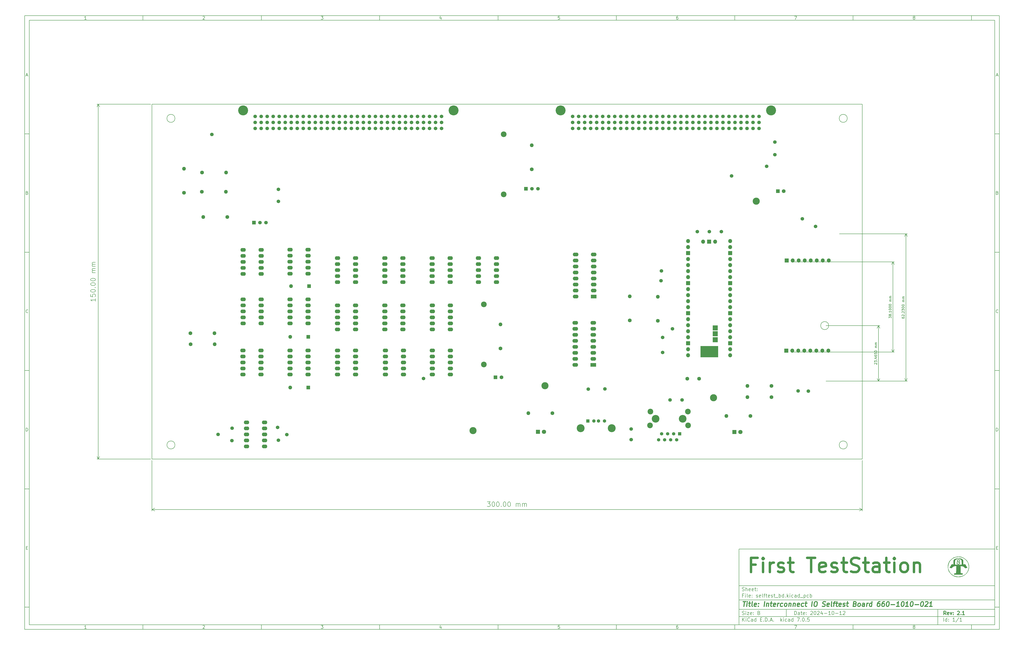
<source format=gbs>
G04 #@! TF.GenerationSoftware,KiCad,Pcbnew,7.0.5*
G04 #@! TF.CreationDate,2025-02-05T20:03:12-05:00*
G04 #@! TF.ProjectId,selftest_bd,73656c66-7465-4737-945f-62642e6b6963,2.1*
G04 #@! TF.SameCoordinates,Original*
G04 #@! TF.FileFunction,Soldermask,Bot*
G04 #@! TF.FilePolarity,Negative*
%FSLAX46Y46*%
G04 Gerber Fmt 4.6, Leading zero omitted, Abs format (unit mm)*
G04 Created by KiCad (PCBNEW 7.0.5) date 2025-02-05 20:03:12*
%MOMM*%
%LPD*%
G01*
G04 APERTURE LIST*
%ADD10C,0.100000*%
%ADD11C,0.150000*%
%ADD12C,0.300000*%
%ADD13C,0.400000*%
%ADD14C,1.500000*%
%ADD15R,1.800000X1.800000*%
%ADD16C,1.800000*%
%ADD17O,2.300000X1.600000*%
%ADD18R,1.600000X1.600000*%
%ADD19O,1.600000X1.600000*%
%ADD20C,3.250000*%
%ADD21R,1.408000X1.408000*%
%ADD22C,1.408000*%
%ADD23C,2.400000*%
%ADD24C,4.200000*%
%ADD25C,1.600000*%
%ADD26R,1.500000X1.500000*%
%ADD27R,2.400000X1.600000*%
%ADD28O,2.400000X1.600000*%
%ADD29O,2.400000X2.400000*%
%ADD30C,3.000000*%
%ADD31R,1.428000X1.428000*%
%ADD32C,1.428000*%
%ADD33C,3.346000*%
%ADD34R,1.700000X1.700000*%
%ADD35O,1.700000X1.700000*%
%ADD36O,1.800000X1.800000*%
%ADD37O,1.500000X1.500000*%
%ADD38C,1.000000*%
G04 #@! TA.AperFunction,Profile*
%ADD39C,0.160000*%
G04 #@! TD*
G04 APERTURE END LIST*
D10*
D11*
X311800000Y-235400000D02*
X419800000Y-235400000D01*
X419800000Y-267400000D01*
X311800000Y-267400000D01*
X311800000Y-235400000D01*
D10*
D11*
X10000000Y-10000000D02*
X421800000Y-10000000D01*
X421800000Y-269400000D01*
X10000000Y-269400000D01*
X10000000Y-10000000D01*
D10*
D11*
X12000000Y-12000000D02*
X419800000Y-12000000D01*
X419800000Y-267400000D01*
X12000000Y-267400000D01*
X12000000Y-12000000D01*
D10*
D11*
X60000000Y-12000000D02*
X60000000Y-10000000D01*
D10*
D11*
X110000000Y-12000000D02*
X110000000Y-10000000D01*
D10*
D11*
X160000000Y-12000000D02*
X160000000Y-10000000D01*
D10*
D11*
X210000000Y-12000000D02*
X210000000Y-10000000D01*
D10*
D11*
X260000000Y-12000000D02*
X260000000Y-10000000D01*
D10*
D11*
X310000000Y-12000000D02*
X310000000Y-10000000D01*
D10*
D11*
X360000000Y-12000000D02*
X360000000Y-10000000D01*
D10*
D11*
X410000000Y-12000000D02*
X410000000Y-10000000D01*
D10*
D11*
X36089160Y-11593604D02*
X35346303Y-11593604D01*
X35717731Y-11593604D02*
X35717731Y-10293604D01*
X35717731Y-10293604D02*
X35593922Y-10479319D01*
X35593922Y-10479319D02*
X35470112Y-10603128D01*
X35470112Y-10603128D02*
X35346303Y-10665033D01*
D10*
D11*
X85346303Y-10417414D02*
X85408207Y-10355509D01*
X85408207Y-10355509D02*
X85532017Y-10293604D01*
X85532017Y-10293604D02*
X85841541Y-10293604D01*
X85841541Y-10293604D02*
X85965350Y-10355509D01*
X85965350Y-10355509D02*
X86027255Y-10417414D01*
X86027255Y-10417414D02*
X86089160Y-10541223D01*
X86089160Y-10541223D02*
X86089160Y-10665033D01*
X86089160Y-10665033D02*
X86027255Y-10850747D01*
X86027255Y-10850747D02*
X85284398Y-11593604D01*
X85284398Y-11593604D02*
X86089160Y-11593604D01*
D10*
D11*
X135284398Y-10293604D02*
X136089160Y-10293604D01*
X136089160Y-10293604D02*
X135655826Y-10788842D01*
X135655826Y-10788842D02*
X135841541Y-10788842D01*
X135841541Y-10788842D02*
X135965350Y-10850747D01*
X135965350Y-10850747D02*
X136027255Y-10912652D01*
X136027255Y-10912652D02*
X136089160Y-11036461D01*
X136089160Y-11036461D02*
X136089160Y-11345985D01*
X136089160Y-11345985D02*
X136027255Y-11469795D01*
X136027255Y-11469795D02*
X135965350Y-11531700D01*
X135965350Y-11531700D02*
X135841541Y-11593604D01*
X135841541Y-11593604D02*
X135470112Y-11593604D01*
X135470112Y-11593604D02*
X135346303Y-11531700D01*
X135346303Y-11531700D02*
X135284398Y-11469795D01*
D10*
D11*
X185965350Y-10726938D02*
X185965350Y-11593604D01*
X185655826Y-10231700D02*
X185346303Y-11160271D01*
X185346303Y-11160271D02*
X186151064Y-11160271D01*
D10*
D11*
X236027255Y-10293604D02*
X235408207Y-10293604D01*
X235408207Y-10293604D02*
X235346303Y-10912652D01*
X235346303Y-10912652D02*
X235408207Y-10850747D01*
X235408207Y-10850747D02*
X235532017Y-10788842D01*
X235532017Y-10788842D02*
X235841541Y-10788842D01*
X235841541Y-10788842D02*
X235965350Y-10850747D01*
X235965350Y-10850747D02*
X236027255Y-10912652D01*
X236027255Y-10912652D02*
X236089160Y-11036461D01*
X236089160Y-11036461D02*
X236089160Y-11345985D01*
X236089160Y-11345985D02*
X236027255Y-11469795D01*
X236027255Y-11469795D02*
X235965350Y-11531700D01*
X235965350Y-11531700D02*
X235841541Y-11593604D01*
X235841541Y-11593604D02*
X235532017Y-11593604D01*
X235532017Y-11593604D02*
X235408207Y-11531700D01*
X235408207Y-11531700D02*
X235346303Y-11469795D01*
D10*
D11*
X285965350Y-10293604D02*
X285717731Y-10293604D01*
X285717731Y-10293604D02*
X285593922Y-10355509D01*
X285593922Y-10355509D02*
X285532017Y-10417414D01*
X285532017Y-10417414D02*
X285408207Y-10603128D01*
X285408207Y-10603128D02*
X285346303Y-10850747D01*
X285346303Y-10850747D02*
X285346303Y-11345985D01*
X285346303Y-11345985D02*
X285408207Y-11469795D01*
X285408207Y-11469795D02*
X285470112Y-11531700D01*
X285470112Y-11531700D02*
X285593922Y-11593604D01*
X285593922Y-11593604D02*
X285841541Y-11593604D01*
X285841541Y-11593604D02*
X285965350Y-11531700D01*
X285965350Y-11531700D02*
X286027255Y-11469795D01*
X286027255Y-11469795D02*
X286089160Y-11345985D01*
X286089160Y-11345985D02*
X286089160Y-11036461D01*
X286089160Y-11036461D02*
X286027255Y-10912652D01*
X286027255Y-10912652D02*
X285965350Y-10850747D01*
X285965350Y-10850747D02*
X285841541Y-10788842D01*
X285841541Y-10788842D02*
X285593922Y-10788842D01*
X285593922Y-10788842D02*
X285470112Y-10850747D01*
X285470112Y-10850747D02*
X285408207Y-10912652D01*
X285408207Y-10912652D02*
X285346303Y-11036461D01*
D10*
D11*
X335284398Y-10293604D02*
X336151064Y-10293604D01*
X336151064Y-10293604D02*
X335593922Y-11593604D01*
D10*
D11*
X385593922Y-10850747D02*
X385470112Y-10788842D01*
X385470112Y-10788842D02*
X385408207Y-10726938D01*
X385408207Y-10726938D02*
X385346303Y-10603128D01*
X385346303Y-10603128D02*
X385346303Y-10541223D01*
X385346303Y-10541223D02*
X385408207Y-10417414D01*
X385408207Y-10417414D02*
X385470112Y-10355509D01*
X385470112Y-10355509D02*
X385593922Y-10293604D01*
X385593922Y-10293604D02*
X385841541Y-10293604D01*
X385841541Y-10293604D02*
X385965350Y-10355509D01*
X385965350Y-10355509D02*
X386027255Y-10417414D01*
X386027255Y-10417414D02*
X386089160Y-10541223D01*
X386089160Y-10541223D02*
X386089160Y-10603128D01*
X386089160Y-10603128D02*
X386027255Y-10726938D01*
X386027255Y-10726938D02*
X385965350Y-10788842D01*
X385965350Y-10788842D02*
X385841541Y-10850747D01*
X385841541Y-10850747D02*
X385593922Y-10850747D01*
X385593922Y-10850747D02*
X385470112Y-10912652D01*
X385470112Y-10912652D02*
X385408207Y-10974557D01*
X385408207Y-10974557D02*
X385346303Y-11098366D01*
X385346303Y-11098366D02*
X385346303Y-11345985D01*
X385346303Y-11345985D02*
X385408207Y-11469795D01*
X385408207Y-11469795D02*
X385470112Y-11531700D01*
X385470112Y-11531700D02*
X385593922Y-11593604D01*
X385593922Y-11593604D02*
X385841541Y-11593604D01*
X385841541Y-11593604D02*
X385965350Y-11531700D01*
X385965350Y-11531700D02*
X386027255Y-11469795D01*
X386027255Y-11469795D02*
X386089160Y-11345985D01*
X386089160Y-11345985D02*
X386089160Y-11098366D01*
X386089160Y-11098366D02*
X386027255Y-10974557D01*
X386027255Y-10974557D02*
X385965350Y-10912652D01*
X385965350Y-10912652D02*
X385841541Y-10850747D01*
D10*
D11*
X60000000Y-267400000D02*
X60000000Y-269400000D01*
D10*
D11*
X110000000Y-267400000D02*
X110000000Y-269400000D01*
D10*
D11*
X160000000Y-267400000D02*
X160000000Y-269400000D01*
D10*
D11*
X210000000Y-267400000D02*
X210000000Y-269400000D01*
D10*
D11*
X260000000Y-267400000D02*
X260000000Y-269400000D01*
D10*
D11*
X310000000Y-267400000D02*
X310000000Y-269400000D01*
D10*
D11*
X360000000Y-267400000D02*
X360000000Y-269400000D01*
D10*
D11*
X410000000Y-267400000D02*
X410000000Y-269400000D01*
D10*
D11*
X36089160Y-268993604D02*
X35346303Y-268993604D01*
X35717731Y-268993604D02*
X35717731Y-267693604D01*
X35717731Y-267693604D02*
X35593922Y-267879319D01*
X35593922Y-267879319D02*
X35470112Y-268003128D01*
X35470112Y-268003128D02*
X35346303Y-268065033D01*
D10*
D11*
X85346303Y-267817414D02*
X85408207Y-267755509D01*
X85408207Y-267755509D02*
X85532017Y-267693604D01*
X85532017Y-267693604D02*
X85841541Y-267693604D01*
X85841541Y-267693604D02*
X85965350Y-267755509D01*
X85965350Y-267755509D02*
X86027255Y-267817414D01*
X86027255Y-267817414D02*
X86089160Y-267941223D01*
X86089160Y-267941223D02*
X86089160Y-268065033D01*
X86089160Y-268065033D02*
X86027255Y-268250747D01*
X86027255Y-268250747D02*
X85284398Y-268993604D01*
X85284398Y-268993604D02*
X86089160Y-268993604D01*
D10*
D11*
X135284398Y-267693604D02*
X136089160Y-267693604D01*
X136089160Y-267693604D02*
X135655826Y-268188842D01*
X135655826Y-268188842D02*
X135841541Y-268188842D01*
X135841541Y-268188842D02*
X135965350Y-268250747D01*
X135965350Y-268250747D02*
X136027255Y-268312652D01*
X136027255Y-268312652D02*
X136089160Y-268436461D01*
X136089160Y-268436461D02*
X136089160Y-268745985D01*
X136089160Y-268745985D02*
X136027255Y-268869795D01*
X136027255Y-268869795D02*
X135965350Y-268931700D01*
X135965350Y-268931700D02*
X135841541Y-268993604D01*
X135841541Y-268993604D02*
X135470112Y-268993604D01*
X135470112Y-268993604D02*
X135346303Y-268931700D01*
X135346303Y-268931700D02*
X135284398Y-268869795D01*
D10*
D11*
X185965350Y-268126938D02*
X185965350Y-268993604D01*
X185655826Y-267631700D02*
X185346303Y-268560271D01*
X185346303Y-268560271D02*
X186151064Y-268560271D01*
D10*
D11*
X236027255Y-267693604D02*
X235408207Y-267693604D01*
X235408207Y-267693604D02*
X235346303Y-268312652D01*
X235346303Y-268312652D02*
X235408207Y-268250747D01*
X235408207Y-268250747D02*
X235532017Y-268188842D01*
X235532017Y-268188842D02*
X235841541Y-268188842D01*
X235841541Y-268188842D02*
X235965350Y-268250747D01*
X235965350Y-268250747D02*
X236027255Y-268312652D01*
X236027255Y-268312652D02*
X236089160Y-268436461D01*
X236089160Y-268436461D02*
X236089160Y-268745985D01*
X236089160Y-268745985D02*
X236027255Y-268869795D01*
X236027255Y-268869795D02*
X235965350Y-268931700D01*
X235965350Y-268931700D02*
X235841541Y-268993604D01*
X235841541Y-268993604D02*
X235532017Y-268993604D01*
X235532017Y-268993604D02*
X235408207Y-268931700D01*
X235408207Y-268931700D02*
X235346303Y-268869795D01*
D10*
D11*
X285965350Y-267693604D02*
X285717731Y-267693604D01*
X285717731Y-267693604D02*
X285593922Y-267755509D01*
X285593922Y-267755509D02*
X285532017Y-267817414D01*
X285532017Y-267817414D02*
X285408207Y-268003128D01*
X285408207Y-268003128D02*
X285346303Y-268250747D01*
X285346303Y-268250747D02*
X285346303Y-268745985D01*
X285346303Y-268745985D02*
X285408207Y-268869795D01*
X285408207Y-268869795D02*
X285470112Y-268931700D01*
X285470112Y-268931700D02*
X285593922Y-268993604D01*
X285593922Y-268993604D02*
X285841541Y-268993604D01*
X285841541Y-268993604D02*
X285965350Y-268931700D01*
X285965350Y-268931700D02*
X286027255Y-268869795D01*
X286027255Y-268869795D02*
X286089160Y-268745985D01*
X286089160Y-268745985D02*
X286089160Y-268436461D01*
X286089160Y-268436461D02*
X286027255Y-268312652D01*
X286027255Y-268312652D02*
X285965350Y-268250747D01*
X285965350Y-268250747D02*
X285841541Y-268188842D01*
X285841541Y-268188842D02*
X285593922Y-268188842D01*
X285593922Y-268188842D02*
X285470112Y-268250747D01*
X285470112Y-268250747D02*
X285408207Y-268312652D01*
X285408207Y-268312652D02*
X285346303Y-268436461D01*
D10*
D11*
X335284398Y-267693604D02*
X336151064Y-267693604D01*
X336151064Y-267693604D02*
X335593922Y-268993604D01*
D10*
D11*
X385593922Y-268250747D02*
X385470112Y-268188842D01*
X385470112Y-268188842D02*
X385408207Y-268126938D01*
X385408207Y-268126938D02*
X385346303Y-268003128D01*
X385346303Y-268003128D02*
X385346303Y-267941223D01*
X385346303Y-267941223D02*
X385408207Y-267817414D01*
X385408207Y-267817414D02*
X385470112Y-267755509D01*
X385470112Y-267755509D02*
X385593922Y-267693604D01*
X385593922Y-267693604D02*
X385841541Y-267693604D01*
X385841541Y-267693604D02*
X385965350Y-267755509D01*
X385965350Y-267755509D02*
X386027255Y-267817414D01*
X386027255Y-267817414D02*
X386089160Y-267941223D01*
X386089160Y-267941223D02*
X386089160Y-268003128D01*
X386089160Y-268003128D02*
X386027255Y-268126938D01*
X386027255Y-268126938D02*
X385965350Y-268188842D01*
X385965350Y-268188842D02*
X385841541Y-268250747D01*
X385841541Y-268250747D02*
X385593922Y-268250747D01*
X385593922Y-268250747D02*
X385470112Y-268312652D01*
X385470112Y-268312652D02*
X385408207Y-268374557D01*
X385408207Y-268374557D02*
X385346303Y-268498366D01*
X385346303Y-268498366D02*
X385346303Y-268745985D01*
X385346303Y-268745985D02*
X385408207Y-268869795D01*
X385408207Y-268869795D02*
X385470112Y-268931700D01*
X385470112Y-268931700D02*
X385593922Y-268993604D01*
X385593922Y-268993604D02*
X385841541Y-268993604D01*
X385841541Y-268993604D02*
X385965350Y-268931700D01*
X385965350Y-268931700D02*
X386027255Y-268869795D01*
X386027255Y-268869795D02*
X386089160Y-268745985D01*
X386089160Y-268745985D02*
X386089160Y-268498366D01*
X386089160Y-268498366D02*
X386027255Y-268374557D01*
X386027255Y-268374557D02*
X385965350Y-268312652D01*
X385965350Y-268312652D02*
X385841541Y-268250747D01*
D10*
D11*
X10000000Y-60000000D02*
X12000000Y-60000000D01*
D10*
D11*
X10000000Y-110000000D02*
X12000000Y-110000000D01*
D10*
D11*
X10000000Y-160000000D02*
X12000000Y-160000000D01*
D10*
D11*
X10000000Y-210000000D02*
X12000000Y-210000000D01*
D10*
D11*
X10000000Y-260000000D02*
X12000000Y-260000000D01*
D10*
D11*
X10690476Y-35222176D02*
X11309523Y-35222176D01*
X10566666Y-35593604D02*
X10999999Y-34293604D01*
X10999999Y-34293604D02*
X11433333Y-35593604D01*
D10*
D11*
X11092857Y-84912652D02*
X11278571Y-84974557D01*
X11278571Y-84974557D02*
X11340476Y-85036461D01*
X11340476Y-85036461D02*
X11402380Y-85160271D01*
X11402380Y-85160271D02*
X11402380Y-85345985D01*
X11402380Y-85345985D02*
X11340476Y-85469795D01*
X11340476Y-85469795D02*
X11278571Y-85531700D01*
X11278571Y-85531700D02*
X11154761Y-85593604D01*
X11154761Y-85593604D02*
X10659523Y-85593604D01*
X10659523Y-85593604D02*
X10659523Y-84293604D01*
X10659523Y-84293604D02*
X11092857Y-84293604D01*
X11092857Y-84293604D02*
X11216666Y-84355509D01*
X11216666Y-84355509D02*
X11278571Y-84417414D01*
X11278571Y-84417414D02*
X11340476Y-84541223D01*
X11340476Y-84541223D02*
X11340476Y-84665033D01*
X11340476Y-84665033D02*
X11278571Y-84788842D01*
X11278571Y-84788842D02*
X11216666Y-84850747D01*
X11216666Y-84850747D02*
X11092857Y-84912652D01*
X11092857Y-84912652D02*
X10659523Y-84912652D01*
D10*
D11*
X11402380Y-135469795D02*
X11340476Y-135531700D01*
X11340476Y-135531700D02*
X11154761Y-135593604D01*
X11154761Y-135593604D02*
X11030952Y-135593604D01*
X11030952Y-135593604D02*
X10845238Y-135531700D01*
X10845238Y-135531700D02*
X10721428Y-135407890D01*
X10721428Y-135407890D02*
X10659523Y-135284080D01*
X10659523Y-135284080D02*
X10597619Y-135036461D01*
X10597619Y-135036461D02*
X10597619Y-134850747D01*
X10597619Y-134850747D02*
X10659523Y-134603128D01*
X10659523Y-134603128D02*
X10721428Y-134479319D01*
X10721428Y-134479319D02*
X10845238Y-134355509D01*
X10845238Y-134355509D02*
X11030952Y-134293604D01*
X11030952Y-134293604D02*
X11154761Y-134293604D01*
X11154761Y-134293604D02*
X11340476Y-134355509D01*
X11340476Y-134355509D02*
X11402380Y-134417414D01*
D10*
D11*
X10659523Y-185593604D02*
X10659523Y-184293604D01*
X10659523Y-184293604D02*
X10969047Y-184293604D01*
X10969047Y-184293604D02*
X11154761Y-184355509D01*
X11154761Y-184355509D02*
X11278571Y-184479319D01*
X11278571Y-184479319D02*
X11340476Y-184603128D01*
X11340476Y-184603128D02*
X11402380Y-184850747D01*
X11402380Y-184850747D02*
X11402380Y-185036461D01*
X11402380Y-185036461D02*
X11340476Y-185284080D01*
X11340476Y-185284080D02*
X11278571Y-185407890D01*
X11278571Y-185407890D02*
X11154761Y-185531700D01*
X11154761Y-185531700D02*
X10969047Y-185593604D01*
X10969047Y-185593604D02*
X10659523Y-185593604D01*
D10*
D11*
X10721428Y-234912652D02*
X11154762Y-234912652D01*
X11340476Y-235593604D02*
X10721428Y-235593604D01*
X10721428Y-235593604D02*
X10721428Y-234293604D01*
X10721428Y-234293604D02*
X11340476Y-234293604D01*
D10*
D11*
X421800000Y-60000000D02*
X419800000Y-60000000D01*
D10*
D11*
X421800000Y-110000000D02*
X419800000Y-110000000D01*
D10*
D11*
X421800000Y-160000000D02*
X419800000Y-160000000D01*
D10*
D11*
X421800000Y-210000000D02*
X419800000Y-210000000D01*
D10*
D11*
X421800000Y-260000000D02*
X419800000Y-260000000D01*
D10*
D11*
X420490476Y-35222176D02*
X421109523Y-35222176D01*
X420366666Y-35593604D02*
X420799999Y-34293604D01*
X420799999Y-34293604D02*
X421233333Y-35593604D01*
D10*
D11*
X420892857Y-84912652D02*
X421078571Y-84974557D01*
X421078571Y-84974557D02*
X421140476Y-85036461D01*
X421140476Y-85036461D02*
X421202380Y-85160271D01*
X421202380Y-85160271D02*
X421202380Y-85345985D01*
X421202380Y-85345985D02*
X421140476Y-85469795D01*
X421140476Y-85469795D02*
X421078571Y-85531700D01*
X421078571Y-85531700D02*
X420954761Y-85593604D01*
X420954761Y-85593604D02*
X420459523Y-85593604D01*
X420459523Y-85593604D02*
X420459523Y-84293604D01*
X420459523Y-84293604D02*
X420892857Y-84293604D01*
X420892857Y-84293604D02*
X421016666Y-84355509D01*
X421016666Y-84355509D02*
X421078571Y-84417414D01*
X421078571Y-84417414D02*
X421140476Y-84541223D01*
X421140476Y-84541223D02*
X421140476Y-84665033D01*
X421140476Y-84665033D02*
X421078571Y-84788842D01*
X421078571Y-84788842D02*
X421016666Y-84850747D01*
X421016666Y-84850747D02*
X420892857Y-84912652D01*
X420892857Y-84912652D02*
X420459523Y-84912652D01*
D10*
D11*
X421202380Y-135469795D02*
X421140476Y-135531700D01*
X421140476Y-135531700D02*
X420954761Y-135593604D01*
X420954761Y-135593604D02*
X420830952Y-135593604D01*
X420830952Y-135593604D02*
X420645238Y-135531700D01*
X420645238Y-135531700D02*
X420521428Y-135407890D01*
X420521428Y-135407890D02*
X420459523Y-135284080D01*
X420459523Y-135284080D02*
X420397619Y-135036461D01*
X420397619Y-135036461D02*
X420397619Y-134850747D01*
X420397619Y-134850747D02*
X420459523Y-134603128D01*
X420459523Y-134603128D02*
X420521428Y-134479319D01*
X420521428Y-134479319D02*
X420645238Y-134355509D01*
X420645238Y-134355509D02*
X420830952Y-134293604D01*
X420830952Y-134293604D02*
X420954761Y-134293604D01*
X420954761Y-134293604D02*
X421140476Y-134355509D01*
X421140476Y-134355509D02*
X421202380Y-134417414D01*
D10*
D11*
X420459523Y-185593604D02*
X420459523Y-184293604D01*
X420459523Y-184293604D02*
X420769047Y-184293604D01*
X420769047Y-184293604D02*
X420954761Y-184355509D01*
X420954761Y-184355509D02*
X421078571Y-184479319D01*
X421078571Y-184479319D02*
X421140476Y-184603128D01*
X421140476Y-184603128D02*
X421202380Y-184850747D01*
X421202380Y-184850747D02*
X421202380Y-185036461D01*
X421202380Y-185036461D02*
X421140476Y-185284080D01*
X421140476Y-185284080D02*
X421078571Y-185407890D01*
X421078571Y-185407890D02*
X420954761Y-185531700D01*
X420954761Y-185531700D02*
X420769047Y-185593604D01*
X420769047Y-185593604D02*
X420459523Y-185593604D01*
D10*
D11*
X420521428Y-234912652D02*
X420954762Y-234912652D01*
X421140476Y-235593604D02*
X420521428Y-235593604D01*
X420521428Y-235593604D02*
X420521428Y-234293604D01*
X420521428Y-234293604D02*
X421140476Y-234293604D01*
D10*
D11*
X335255826Y-263186128D02*
X335255826Y-261686128D01*
X335255826Y-261686128D02*
X335612969Y-261686128D01*
X335612969Y-261686128D02*
X335827255Y-261757557D01*
X335827255Y-261757557D02*
X335970112Y-261900414D01*
X335970112Y-261900414D02*
X336041541Y-262043271D01*
X336041541Y-262043271D02*
X336112969Y-262328985D01*
X336112969Y-262328985D02*
X336112969Y-262543271D01*
X336112969Y-262543271D02*
X336041541Y-262828985D01*
X336041541Y-262828985D02*
X335970112Y-262971842D01*
X335970112Y-262971842D02*
X335827255Y-263114700D01*
X335827255Y-263114700D02*
X335612969Y-263186128D01*
X335612969Y-263186128D02*
X335255826Y-263186128D01*
X337398684Y-263186128D02*
X337398684Y-262400414D01*
X337398684Y-262400414D02*
X337327255Y-262257557D01*
X337327255Y-262257557D02*
X337184398Y-262186128D01*
X337184398Y-262186128D02*
X336898684Y-262186128D01*
X336898684Y-262186128D02*
X336755826Y-262257557D01*
X337398684Y-263114700D02*
X337255826Y-263186128D01*
X337255826Y-263186128D02*
X336898684Y-263186128D01*
X336898684Y-263186128D02*
X336755826Y-263114700D01*
X336755826Y-263114700D02*
X336684398Y-262971842D01*
X336684398Y-262971842D02*
X336684398Y-262828985D01*
X336684398Y-262828985D02*
X336755826Y-262686128D01*
X336755826Y-262686128D02*
X336898684Y-262614700D01*
X336898684Y-262614700D02*
X337255826Y-262614700D01*
X337255826Y-262614700D02*
X337398684Y-262543271D01*
X337898684Y-262186128D02*
X338470112Y-262186128D01*
X338112969Y-261686128D02*
X338112969Y-262971842D01*
X338112969Y-262971842D02*
X338184398Y-263114700D01*
X338184398Y-263114700D02*
X338327255Y-263186128D01*
X338327255Y-263186128D02*
X338470112Y-263186128D01*
X339541541Y-263114700D02*
X339398684Y-263186128D01*
X339398684Y-263186128D02*
X339112970Y-263186128D01*
X339112970Y-263186128D02*
X338970112Y-263114700D01*
X338970112Y-263114700D02*
X338898684Y-262971842D01*
X338898684Y-262971842D02*
X338898684Y-262400414D01*
X338898684Y-262400414D02*
X338970112Y-262257557D01*
X338970112Y-262257557D02*
X339112970Y-262186128D01*
X339112970Y-262186128D02*
X339398684Y-262186128D01*
X339398684Y-262186128D02*
X339541541Y-262257557D01*
X339541541Y-262257557D02*
X339612970Y-262400414D01*
X339612970Y-262400414D02*
X339612970Y-262543271D01*
X339612970Y-262543271D02*
X338898684Y-262686128D01*
X340255826Y-263043271D02*
X340327255Y-263114700D01*
X340327255Y-263114700D02*
X340255826Y-263186128D01*
X340255826Y-263186128D02*
X340184398Y-263114700D01*
X340184398Y-263114700D02*
X340255826Y-263043271D01*
X340255826Y-263043271D02*
X340255826Y-263186128D01*
X340255826Y-262257557D02*
X340327255Y-262328985D01*
X340327255Y-262328985D02*
X340255826Y-262400414D01*
X340255826Y-262400414D02*
X340184398Y-262328985D01*
X340184398Y-262328985D02*
X340255826Y-262257557D01*
X340255826Y-262257557D02*
X340255826Y-262400414D01*
X342041541Y-261828985D02*
X342112969Y-261757557D01*
X342112969Y-261757557D02*
X342255827Y-261686128D01*
X342255827Y-261686128D02*
X342612969Y-261686128D01*
X342612969Y-261686128D02*
X342755827Y-261757557D01*
X342755827Y-261757557D02*
X342827255Y-261828985D01*
X342827255Y-261828985D02*
X342898684Y-261971842D01*
X342898684Y-261971842D02*
X342898684Y-262114700D01*
X342898684Y-262114700D02*
X342827255Y-262328985D01*
X342827255Y-262328985D02*
X341970112Y-263186128D01*
X341970112Y-263186128D02*
X342898684Y-263186128D01*
X343827255Y-261686128D02*
X343970112Y-261686128D01*
X343970112Y-261686128D02*
X344112969Y-261757557D01*
X344112969Y-261757557D02*
X344184398Y-261828985D01*
X344184398Y-261828985D02*
X344255826Y-261971842D01*
X344255826Y-261971842D02*
X344327255Y-262257557D01*
X344327255Y-262257557D02*
X344327255Y-262614700D01*
X344327255Y-262614700D02*
X344255826Y-262900414D01*
X344255826Y-262900414D02*
X344184398Y-263043271D01*
X344184398Y-263043271D02*
X344112969Y-263114700D01*
X344112969Y-263114700D02*
X343970112Y-263186128D01*
X343970112Y-263186128D02*
X343827255Y-263186128D01*
X343827255Y-263186128D02*
X343684398Y-263114700D01*
X343684398Y-263114700D02*
X343612969Y-263043271D01*
X343612969Y-263043271D02*
X343541540Y-262900414D01*
X343541540Y-262900414D02*
X343470112Y-262614700D01*
X343470112Y-262614700D02*
X343470112Y-262257557D01*
X343470112Y-262257557D02*
X343541540Y-261971842D01*
X343541540Y-261971842D02*
X343612969Y-261828985D01*
X343612969Y-261828985D02*
X343684398Y-261757557D01*
X343684398Y-261757557D02*
X343827255Y-261686128D01*
X344898683Y-261828985D02*
X344970111Y-261757557D01*
X344970111Y-261757557D02*
X345112969Y-261686128D01*
X345112969Y-261686128D02*
X345470111Y-261686128D01*
X345470111Y-261686128D02*
X345612969Y-261757557D01*
X345612969Y-261757557D02*
X345684397Y-261828985D01*
X345684397Y-261828985D02*
X345755826Y-261971842D01*
X345755826Y-261971842D02*
X345755826Y-262114700D01*
X345755826Y-262114700D02*
X345684397Y-262328985D01*
X345684397Y-262328985D02*
X344827254Y-263186128D01*
X344827254Y-263186128D02*
X345755826Y-263186128D01*
X347041540Y-262186128D02*
X347041540Y-263186128D01*
X346684397Y-261614700D02*
X346327254Y-262686128D01*
X346327254Y-262686128D02*
X347255825Y-262686128D01*
X347827253Y-262614700D02*
X348970111Y-262614700D01*
X350470111Y-263186128D02*
X349612968Y-263186128D01*
X350041539Y-263186128D02*
X350041539Y-261686128D01*
X350041539Y-261686128D02*
X349898682Y-261900414D01*
X349898682Y-261900414D02*
X349755825Y-262043271D01*
X349755825Y-262043271D02*
X349612968Y-262114700D01*
X351398682Y-261686128D02*
X351541539Y-261686128D01*
X351541539Y-261686128D02*
X351684396Y-261757557D01*
X351684396Y-261757557D02*
X351755825Y-261828985D01*
X351755825Y-261828985D02*
X351827253Y-261971842D01*
X351827253Y-261971842D02*
X351898682Y-262257557D01*
X351898682Y-262257557D02*
X351898682Y-262614700D01*
X351898682Y-262614700D02*
X351827253Y-262900414D01*
X351827253Y-262900414D02*
X351755825Y-263043271D01*
X351755825Y-263043271D02*
X351684396Y-263114700D01*
X351684396Y-263114700D02*
X351541539Y-263186128D01*
X351541539Y-263186128D02*
X351398682Y-263186128D01*
X351398682Y-263186128D02*
X351255825Y-263114700D01*
X351255825Y-263114700D02*
X351184396Y-263043271D01*
X351184396Y-263043271D02*
X351112967Y-262900414D01*
X351112967Y-262900414D02*
X351041539Y-262614700D01*
X351041539Y-262614700D02*
X351041539Y-262257557D01*
X351041539Y-262257557D02*
X351112967Y-261971842D01*
X351112967Y-261971842D02*
X351184396Y-261828985D01*
X351184396Y-261828985D02*
X351255825Y-261757557D01*
X351255825Y-261757557D02*
X351398682Y-261686128D01*
X352541538Y-262614700D02*
X353684396Y-262614700D01*
X355184396Y-263186128D02*
X354327253Y-263186128D01*
X354755824Y-263186128D02*
X354755824Y-261686128D01*
X354755824Y-261686128D02*
X354612967Y-261900414D01*
X354612967Y-261900414D02*
X354470110Y-262043271D01*
X354470110Y-262043271D02*
X354327253Y-262114700D01*
X355755824Y-261828985D02*
X355827252Y-261757557D01*
X355827252Y-261757557D02*
X355970110Y-261686128D01*
X355970110Y-261686128D02*
X356327252Y-261686128D01*
X356327252Y-261686128D02*
X356470110Y-261757557D01*
X356470110Y-261757557D02*
X356541538Y-261828985D01*
X356541538Y-261828985D02*
X356612967Y-261971842D01*
X356612967Y-261971842D02*
X356612967Y-262114700D01*
X356612967Y-262114700D02*
X356541538Y-262328985D01*
X356541538Y-262328985D02*
X355684395Y-263186128D01*
X355684395Y-263186128D02*
X356612967Y-263186128D01*
D10*
D11*
X311800000Y-263900000D02*
X419800000Y-263900000D01*
D10*
D11*
X313255826Y-265986128D02*
X313255826Y-264486128D01*
X314112969Y-265986128D02*
X313470112Y-265128985D01*
X314112969Y-264486128D02*
X313255826Y-265343271D01*
X314755826Y-265986128D02*
X314755826Y-264986128D01*
X314755826Y-264486128D02*
X314684398Y-264557557D01*
X314684398Y-264557557D02*
X314755826Y-264628985D01*
X314755826Y-264628985D02*
X314827255Y-264557557D01*
X314827255Y-264557557D02*
X314755826Y-264486128D01*
X314755826Y-264486128D02*
X314755826Y-264628985D01*
X316327255Y-265843271D02*
X316255827Y-265914700D01*
X316255827Y-265914700D02*
X316041541Y-265986128D01*
X316041541Y-265986128D02*
X315898684Y-265986128D01*
X315898684Y-265986128D02*
X315684398Y-265914700D01*
X315684398Y-265914700D02*
X315541541Y-265771842D01*
X315541541Y-265771842D02*
X315470112Y-265628985D01*
X315470112Y-265628985D02*
X315398684Y-265343271D01*
X315398684Y-265343271D02*
X315398684Y-265128985D01*
X315398684Y-265128985D02*
X315470112Y-264843271D01*
X315470112Y-264843271D02*
X315541541Y-264700414D01*
X315541541Y-264700414D02*
X315684398Y-264557557D01*
X315684398Y-264557557D02*
X315898684Y-264486128D01*
X315898684Y-264486128D02*
X316041541Y-264486128D01*
X316041541Y-264486128D02*
X316255827Y-264557557D01*
X316255827Y-264557557D02*
X316327255Y-264628985D01*
X317612970Y-265986128D02*
X317612970Y-265200414D01*
X317612970Y-265200414D02*
X317541541Y-265057557D01*
X317541541Y-265057557D02*
X317398684Y-264986128D01*
X317398684Y-264986128D02*
X317112970Y-264986128D01*
X317112970Y-264986128D02*
X316970112Y-265057557D01*
X317612970Y-265914700D02*
X317470112Y-265986128D01*
X317470112Y-265986128D02*
X317112970Y-265986128D01*
X317112970Y-265986128D02*
X316970112Y-265914700D01*
X316970112Y-265914700D02*
X316898684Y-265771842D01*
X316898684Y-265771842D02*
X316898684Y-265628985D01*
X316898684Y-265628985D02*
X316970112Y-265486128D01*
X316970112Y-265486128D02*
X317112970Y-265414700D01*
X317112970Y-265414700D02*
X317470112Y-265414700D01*
X317470112Y-265414700D02*
X317612970Y-265343271D01*
X318970113Y-265986128D02*
X318970113Y-264486128D01*
X318970113Y-265914700D02*
X318827255Y-265986128D01*
X318827255Y-265986128D02*
X318541541Y-265986128D01*
X318541541Y-265986128D02*
X318398684Y-265914700D01*
X318398684Y-265914700D02*
X318327255Y-265843271D01*
X318327255Y-265843271D02*
X318255827Y-265700414D01*
X318255827Y-265700414D02*
X318255827Y-265271842D01*
X318255827Y-265271842D02*
X318327255Y-265128985D01*
X318327255Y-265128985D02*
X318398684Y-265057557D01*
X318398684Y-265057557D02*
X318541541Y-264986128D01*
X318541541Y-264986128D02*
X318827255Y-264986128D01*
X318827255Y-264986128D02*
X318970113Y-265057557D01*
X320827255Y-265200414D02*
X321327255Y-265200414D01*
X321541541Y-265986128D02*
X320827255Y-265986128D01*
X320827255Y-265986128D02*
X320827255Y-264486128D01*
X320827255Y-264486128D02*
X321541541Y-264486128D01*
X322184398Y-265843271D02*
X322255827Y-265914700D01*
X322255827Y-265914700D02*
X322184398Y-265986128D01*
X322184398Y-265986128D02*
X322112970Y-265914700D01*
X322112970Y-265914700D02*
X322184398Y-265843271D01*
X322184398Y-265843271D02*
X322184398Y-265986128D01*
X322898684Y-265986128D02*
X322898684Y-264486128D01*
X322898684Y-264486128D02*
X323255827Y-264486128D01*
X323255827Y-264486128D02*
X323470113Y-264557557D01*
X323470113Y-264557557D02*
X323612970Y-264700414D01*
X323612970Y-264700414D02*
X323684399Y-264843271D01*
X323684399Y-264843271D02*
X323755827Y-265128985D01*
X323755827Y-265128985D02*
X323755827Y-265343271D01*
X323755827Y-265343271D02*
X323684399Y-265628985D01*
X323684399Y-265628985D02*
X323612970Y-265771842D01*
X323612970Y-265771842D02*
X323470113Y-265914700D01*
X323470113Y-265914700D02*
X323255827Y-265986128D01*
X323255827Y-265986128D02*
X322898684Y-265986128D01*
X324398684Y-265843271D02*
X324470113Y-265914700D01*
X324470113Y-265914700D02*
X324398684Y-265986128D01*
X324398684Y-265986128D02*
X324327256Y-265914700D01*
X324327256Y-265914700D02*
X324398684Y-265843271D01*
X324398684Y-265843271D02*
X324398684Y-265986128D01*
X325041542Y-265557557D02*
X325755828Y-265557557D01*
X324898685Y-265986128D02*
X325398685Y-264486128D01*
X325398685Y-264486128D02*
X325898685Y-265986128D01*
X326398684Y-265843271D02*
X326470113Y-265914700D01*
X326470113Y-265914700D02*
X326398684Y-265986128D01*
X326398684Y-265986128D02*
X326327256Y-265914700D01*
X326327256Y-265914700D02*
X326398684Y-265843271D01*
X326398684Y-265843271D02*
X326398684Y-265986128D01*
X329398684Y-265986128D02*
X329398684Y-264486128D01*
X329541542Y-265414700D02*
X329970113Y-265986128D01*
X329970113Y-264986128D02*
X329398684Y-265557557D01*
X330612970Y-265986128D02*
X330612970Y-264986128D01*
X330612970Y-264486128D02*
X330541542Y-264557557D01*
X330541542Y-264557557D02*
X330612970Y-264628985D01*
X330612970Y-264628985D02*
X330684399Y-264557557D01*
X330684399Y-264557557D02*
X330612970Y-264486128D01*
X330612970Y-264486128D02*
X330612970Y-264628985D01*
X331970114Y-265914700D02*
X331827256Y-265986128D01*
X331827256Y-265986128D02*
X331541542Y-265986128D01*
X331541542Y-265986128D02*
X331398685Y-265914700D01*
X331398685Y-265914700D02*
X331327256Y-265843271D01*
X331327256Y-265843271D02*
X331255828Y-265700414D01*
X331255828Y-265700414D02*
X331255828Y-265271842D01*
X331255828Y-265271842D02*
X331327256Y-265128985D01*
X331327256Y-265128985D02*
X331398685Y-265057557D01*
X331398685Y-265057557D02*
X331541542Y-264986128D01*
X331541542Y-264986128D02*
X331827256Y-264986128D01*
X331827256Y-264986128D02*
X331970114Y-265057557D01*
X333255828Y-265986128D02*
X333255828Y-265200414D01*
X333255828Y-265200414D02*
X333184399Y-265057557D01*
X333184399Y-265057557D02*
X333041542Y-264986128D01*
X333041542Y-264986128D02*
X332755828Y-264986128D01*
X332755828Y-264986128D02*
X332612970Y-265057557D01*
X333255828Y-265914700D02*
X333112970Y-265986128D01*
X333112970Y-265986128D02*
X332755828Y-265986128D01*
X332755828Y-265986128D02*
X332612970Y-265914700D01*
X332612970Y-265914700D02*
X332541542Y-265771842D01*
X332541542Y-265771842D02*
X332541542Y-265628985D01*
X332541542Y-265628985D02*
X332612970Y-265486128D01*
X332612970Y-265486128D02*
X332755828Y-265414700D01*
X332755828Y-265414700D02*
X333112970Y-265414700D01*
X333112970Y-265414700D02*
X333255828Y-265343271D01*
X334612971Y-265986128D02*
X334612971Y-264486128D01*
X334612971Y-265914700D02*
X334470113Y-265986128D01*
X334470113Y-265986128D02*
X334184399Y-265986128D01*
X334184399Y-265986128D02*
X334041542Y-265914700D01*
X334041542Y-265914700D02*
X333970113Y-265843271D01*
X333970113Y-265843271D02*
X333898685Y-265700414D01*
X333898685Y-265700414D02*
X333898685Y-265271842D01*
X333898685Y-265271842D02*
X333970113Y-265128985D01*
X333970113Y-265128985D02*
X334041542Y-265057557D01*
X334041542Y-265057557D02*
X334184399Y-264986128D01*
X334184399Y-264986128D02*
X334470113Y-264986128D01*
X334470113Y-264986128D02*
X334612971Y-265057557D01*
X336327256Y-264486128D02*
X337327256Y-264486128D01*
X337327256Y-264486128D02*
X336684399Y-265986128D01*
X337898684Y-265843271D02*
X337970113Y-265914700D01*
X337970113Y-265914700D02*
X337898684Y-265986128D01*
X337898684Y-265986128D02*
X337827256Y-265914700D01*
X337827256Y-265914700D02*
X337898684Y-265843271D01*
X337898684Y-265843271D02*
X337898684Y-265986128D01*
X338898685Y-264486128D02*
X339041542Y-264486128D01*
X339041542Y-264486128D02*
X339184399Y-264557557D01*
X339184399Y-264557557D02*
X339255828Y-264628985D01*
X339255828Y-264628985D02*
X339327256Y-264771842D01*
X339327256Y-264771842D02*
X339398685Y-265057557D01*
X339398685Y-265057557D02*
X339398685Y-265414700D01*
X339398685Y-265414700D02*
X339327256Y-265700414D01*
X339327256Y-265700414D02*
X339255828Y-265843271D01*
X339255828Y-265843271D02*
X339184399Y-265914700D01*
X339184399Y-265914700D02*
X339041542Y-265986128D01*
X339041542Y-265986128D02*
X338898685Y-265986128D01*
X338898685Y-265986128D02*
X338755828Y-265914700D01*
X338755828Y-265914700D02*
X338684399Y-265843271D01*
X338684399Y-265843271D02*
X338612970Y-265700414D01*
X338612970Y-265700414D02*
X338541542Y-265414700D01*
X338541542Y-265414700D02*
X338541542Y-265057557D01*
X338541542Y-265057557D02*
X338612970Y-264771842D01*
X338612970Y-264771842D02*
X338684399Y-264628985D01*
X338684399Y-264628985D02*
X338755828Y-264557557D01*
X338755828Y-264557557D02*
X338898685Y-264486128D01*
X340041541Y-265843271D02*
X340112970Y-265914700D01*
X340112970Y-265914700D02*
X340041541Y-265986128D01*
X340041541Y-265986128D02*
X339970113Y-265914700D01*
X339970113Y-265914700D02*
X340041541Y-265843271D01*
X340041541Y-265843271D02*
X340041541Y-265986128D01*
X341470113Y-264486128D02*
X340755827Y-264486128D01*
X340755827Y-264486128D02*
X340684399Y-265200414D01*
X340684399Y-265200414D02*
X340755827Y-265128985D01*
X340755827Y-265128985D02*
X340898685Y-265057557D01*
X340898685Y-265057557D02*
X341255827Y-265057557D01*
X341255827Y-265057557D02*
X341398685Y-265128985D01*
X341398685Y-265128985D02*
X341470113Y-265200414D01*
X341470113Y-265200414D02*
X341541542Y-265343271D01*
X341541542Y-265343271D02*
X341541542Y-265700414D01*
X341541542Y-265700414D02*
X341470113Y-265843271D01*
X341470113Y-265843271D02*
X341398685Y-265914700D01*
X341398685Y-265914700D02*
X341255827Y-265986128D01*
X341255827Y-265986128D02*
X340898685Y-265986128D01*
X340898685Y-265986128D02*
X340755827Y-265914700D01*
X340755827Y-265914700D02*
X340684399Y-265843271D01*
D10*
D11*
X311800000Y-260900000D02*
X419800000Y-260900000D01*
D10*
D12*
X399211653Y-263178328D02*
X398711653Y-262464042D01*
X398354510Y-263178328D02*
X398354510Y-261678328D01*
X398354510Y-261678328D02*
X398925939Y-261678328D01*
X398925939Y-261678328D02*
X399068796Y-261749757D01*
X399068796Y-261749757D02*
X399140225Y-261821185D01*
X399140225Y-261821185D02*
X399211653Y-261964042D01*
X399211653Y-261964042D02*
X399211653Y-262178328D01*
X399211653Y-262178328D02*
X399140225Y-262321185D01*
X399140225Y-262321185D02*
X399068796Y-262392614D01*
X399068796Y-262392614D02*
X398925939Y-262464042D01*
X398925939Y-262464042D02*
X398354510Y-262464042D01*
X400425939Y-263106900D02*
X400283082Y-263178328D01*
X400283082Y-263178328D02*
X399997368Y-263178328D01*
X399997368Y-263178328D02*
X399854510Y-263106900D01*
X399854510Y-263106900D02*
X399783082Y-262964042D01*
X399783082Y-262964042D02*
X399783082Y-262392614D01*
X399783082Y-262392614D02*
X399854510Y-262249757D01*
X399854510Y-262249757D02*
X399997368Y-262178328D01*
X399997368Y-262178328D02*
X400283082Y-262178328D01*
X400283082Y-262178328D02*
X400425939Y-262249757D01*
X400425939Y-262249757D02*
X400497368Y-262392614D01*
X400497368Y-262392614D02*
X400497368Y-262535471D01*
X400497368Y-262535471D02*
X399783082Y-262678328D01*
X400997367Y-262178328D02*
X401354510Y-263178328D01*
X401354510Y-263178328D02*
X401711653Y-262178328D01*
X402283081Y-263035471D02*
X402354510Y-263106900D01*
X402354510Y-263106900D02*
X402283081Y-263178328D01*
X402283081Y-263178328D02*
X402211653Y-263106900D01*
X402211653Y-263106900D02*
X402283081Y-263035471D01*
X402283081Y-263035471D02*
X402283081Y-263178328D01*
X402283081Y-262249757D02*
X402354510Y-262321185D01*
X402354510Y-262321185D02*
X402283081Y-262392614D01*
X402283081Y-262392614D02*
X402211653Y-262321185D01*
X402211653Y-262321185D02*
X402283081Y-262249757D01*
X402283081Y-262249757D02*
X402283081Y-262392614D01*
X404068796Y-261821185D02*
X404140224Y-261749757D01*
X404140224Y-261749757D02*
X404283082Y-261678328D01*
X404283082Y-261678328D02*
X404640224Y-261678328D01*
X404640224Y-261678328D02*
X404783082Y-261749757D01*
X404783082Y-261749757D02*
X404854510Y-261821185D01*
X404854510Y-261821185D02*
X404925939Y-261964042D01*
X404925939Y-261964042D02*
X404925939Y-262106900D01*
X404925939Y-262106900D02*
X404854510Y-262321185D01*
X404854510Y-262321185D02*
X403997367Y-263178328D01*
X403997367Y-263178328D02*
X404925939Y-263178328D01*
X405568795Y-263035471D02*
X405640224Y-263106900D01*
X405640224Y-263106900D02*
X405568795Y-263178328D01*
X405568795Y-263178328D02*
X405497367Y-263106900D01*
X405497367Y-263106900D02*
X405568795Y-263035471D01*
X405568795Y-263035471D02*
X405568795Y-263178328D01*
X407068796Y-263178328D02*
X406211653Y-263178328D01*
X406640224Y-263178328D02*
X406640224Y-261678328D01*
X406640224Y-261678328D02*
X406497367Y-261892614D01*
X406497367Y-261892614D02*
X406354510Y-262035471D01*
X406354510Y-262035471D02*
X406211653Y-262106900D01*
D10*
D11*
X313184398Y-263114700D02*
X313398684Y-263186128D01*
X313398684Y-263186128D02*
X313755826Y-263186128D01*
X313755826Y-263186128D02*
X313898684Y-263114700D01*
X313898684Y-263114700D02*
X313970112Y-263043271D01*
X313970112Y-263043271D02*
X314041541Y-262900414D01*
X314041541Y-262900414D02*
X314041541Y-262757557D01*
X314041541Y-262757557D02*
X313970112Y-262614700D01*
X313970112Y-262614700D02*
X313898684Y-262543271D01*
X313898684Y-262543271D02*
X313755826Y-262471842D01*
X313755826Y-262471842D02*
X313470112Y-262400414D01*
X313470112Y-262400414D02*
X313327255Y-262328985D01*
X313327255Y-262328985D02*
X313255826Y-262257557D01*
X313255826Y-262257557D02*
X313184398Y-262114700D01*
X313184398Y-262114700D02*
X313184398Y-261971842D01*
X313184398Y-261971842D02*
X313255826Y-261828985D01*
X313255826Y-261828985D02*
X313327255Y-261757557D01*
X313327255Y-261757557D02*
X313470112Y-261686128D01*
X313470112Y-261686128D02*
X313827255Y-261686128D01*
X313827255Y-261686128D02*
X314041541Y-261757557D01*
X314684397Y-263186128D02*
X314684397Y-262186128D01*
X314684397Y-261686128D02*
X314612969Y-261757557D01*
X314612969Y-261757557D02*
X314684397Y-261828985D01*
X314684397Y-261828985D02*
X314755826Y-261757557D01*
X314755826Y-261757557D02*
X314684397Y-261686128D01*
X314684397Y-261686128D02*
X314684397Y-261828985D01*
X315255826Y-262186128D02*
X316041541Y-262186128D01*
X316041541Y-262186128D02*
X315255826Y-263186128D01*
X315255826Y-263186128D02*
X316041541Y-263186128D01*
X317184398Y-263114700D02*
X317041541Y-263186128D01*
X317041541Y-263186128D02*
X316755827Y-263186128D01*
X316755827Y-263186128D02*
X316612969Y-263114700D01*
X316612969Y-263114700D02*
X316541541Y-262971842D01*
X316541541Y-262971842D02*
X316541541Y-262400414D01*
X316541541Y-262400414D02*
X316612969Y-262257557D01*
X316612969Y-262257557D02*
X316755827Y-262186128D01*
X316755827Y-262186128D02*
X317041541Y-262186128D01*
X317041541Y-262186128D02*
X317184398Y-262257557D01*
X317184398Y-262257557D02*
X317255827Y-262400414D01*
X317255827Y-262400414D02*
X317255827Y-262543271D01*
X317255827Y-262543271D02*
X316541541Y-262686128D01*
X317898683Y-263043271D02*
X317970112Y-263114700D01*
X317970112Y-263114700D02*
X317898683Y-263186128D01*
X317898683Y-263186128D02*
X317827255Y-263114700D01*
X317827255Y-263114700D02*
X317898683Y-263043271D01*
X317898683Y-263043271D02*
X317898683Y-263186128D01*
X317898683Y-262257557D02*
X317970112Y-262328985D01*
X317970112Y-262328985D02*
X317898683Y-262400414D01*
X317898683Y-262400414D02*
X317827255Y-262328985D01*
X317827255Y-262328985D02*
X317898683Y-262257557D01*
X317898683Y-262257557D02*
X317898683Y-262400414D01*
X320255826Y-262400414D02*
X320470112Y-262471842D01*
X320470112Y-262471842D02*
X320541541Y-262543271D01*
X320541541Y-262543271D02*
X320612969Y-262686128D01*
X320612969Y-262686128D02*
X320612969Y-262900414D01*
X320612969Y-262900414D02*
X320541541Y-263043271D01*
X320541541Y-263043271D02*
X320470112Y-263114700D01*
X320470112Y-263114700D02*
X320327255Y-263186128D01*
X320327255Y-263186128D02*
X319755826Y-263186128D01*
X319755826Y-263186128D02*
X319755826Y-261686128D01*
X319755826Y-261686128D02*
X320255826Y-261686128D01*
X320255826Y-261686128D02*
X320398684Y-261757557D01*
X320398684Y-261757557D02*
X320470112Y-261828985D01*
X320470112Y-261828985D02*
X320541541Y-261971842D01*
X320541541Y-261971842D02*
X320541541Y-262114700D01*
X320541541Y-262114700D02*
X320470112Y-262257557D01*
X320470112Y-262257557D02*
X320398684Y-262328985D01*
X320398684Y-262328985D02*
X320255826Y-262400414D01*
X320255826Y-262400414D02*
X319755826Y-262400414D01*
D10*
D11*
X398255826Y-265986128D02*
X398255826Y-264486128D01*
X399612970Y-265986128D02*
X399612970Y-264486128D01*
X399612970Y-265914700D02*
X399470112Y-265986128D01*
X399470112Y-265986128D02*
X399184398Y-265986128D01*
X399184398Y-265986128D02*
X399041541Y-265914700D01*
X399041541Y-265914700D02*
X398970112Y-265843271D01*
X398970112Y-265843271D02*
X398898684Y-265700414D01*
X398898684Y-265700414D02*
X398898684Y-265271842D01*
X398898684Y-265271842D02*
X398970112Y-265128985D01*
X398970112Y-265128985D02*
X399041541Y-265057557D01*
X399041541Y-265057557D02*
X399184398Y-264986128D01*
X399184398Y-264986128D02*
X399470112Y-264986128D01*
X399470112Y-264986128D02*
X399612970Y-265057557D01*
X400327255Y-265843271D02*
X400398684Y-265914700D01*
X400398684Y-265914700D02*
X400327255Y-265986128D01*
X400327255Y-265986128D02*
X400255827Y-265914700D01*
X400255827Y-265914700D02*
X400327255Y-265843271D01*
X400327255Y-265843271D02*
X400327255Y-265986128D01*
X400327255Y-265057557D02*
X400398684Y-265128985D01*
X400398684Y-265128985D02*
X400327255Y-265200414D01*
X400327255Y-265200414D02*
X400255827Y-265128985D01*
X400255827Y-265128985D02*
X400327255Y-265057557D01*
X400327255Y-265057557D02*
X400327255Y-265200414D01*
X402970113Y-265986128D02*
X402112970Y-265986128D01*
X402541541Y-265986128D02*
X402541541Y-264486128D01*
X402541541Y-264486128D02*
X402398684Y-264700414D01*
X402398684Y-264700414D02*
X402255827Y-264843271D01*
X402255827Y-264843271D02*
X402112970Y-264914700D01*
X404684398Y-264414700D02*
X403398684Y-266343271D01*
X405970113Y-265986128D02*
X405112970Y-265986128D01*
X405541541Y-265986128D02*
X405541541Y-264486128D01*
X405541541Y-264486128D02*
X405398684Y-264700414D01*
X405398684Y-264700414D02*
X405255827Y-264843271D01*
X405255827Y-264843271D02*
X405112970Y-264914700D01*
D10*
D11*
X311800000Y-256900000D02*
X419800000Y-256900000D01*
D10*
D13*
X313491728Y-257604438D02*
X314634585Y-257604438D01*
X313813157Y-259604438D02*
X314063157Y-257604438D01*
X315051252Y-259604438D02*
X315217919Y-258271104D01*
X315301252Y-257604438D02*
X315194109Y-257699676D01*
X315194109Y-257699676D02*
X315277443Y-257794914D01*
X315277443Y-257794914D02*
X315384586Y-257699676D01*
X315384586Y-257699676D02*
X315301252Y-257604438D01*
X315301252Y-257604438D02*
X315277443Y-257794914D01*
X315884586Y-258271104D02*
X316646490Y-258271104D01*
X316253633Y-257604438D02*
X316039348Y-259318723D01*
X316039348Y-259318723D02*
X316110776Y-259509200D01*
X316110776Y-259509200D02*
X316289348Y-259604438D01*
X316289348Y-259604438D02*
X316479824Y-259604438D01*
X317432205Y-259604438D02*
X317253633Y-259509200D01*
X317253633Y-259509200D02*
X317182205Y-259318723D01*
X317182205Y-259318723D02*
X317396490Y-257604438D01*
X318967919Y-259509200D02*
X318765538Y-259604438D01*
X318765538Y-259604438D02*
X318384585Y-259604438D01*
X318384585Y-259604438D02*
X318206014Y-259509200D01*
X318206014Y-259509200D02*
X318134585Y-259318723D01*
X318134585Y-259318723D02*
X318229824Y-258556819D01*
X318229824Y-258556819D02*
X318348871Y-258366342D01*
X318348871Y-258366342D02*
X318551252Y-258271104D01*
X318551252Y-258271104D02*
X318932204Y-258271104D01*
X318932204Y-258271104D02*
X319110776Y-258366342D01*
X319110776Y-258366342D02*
X319182204Y-258556819D01*
X319182204Y-258556819D02*
X319158395Y-258747295D01*
X319158395Y-258747295D02*
X318182204Y-258937771D01*
X319932205Y-259413961D02*
X320015538Y-259509200D01*
X320015538Y-259509200D02*
X319908395Y-259604438D01*
X319908395Y-259604438D02*
X319825062Y-259509200D01*
X319825062Y-259509200D02*
X319932205Y-259413961D01*
X319932205Y-259413961D02*
X319908395Y-259604438D01*
X320063157Y-258366342D02*
X320146490Y-258461580D01*
X320146490Y-258461580D02*
X320039348Y-258556819D01*
X320039348Y-258556819D02*
X319956014Y-258461580D01*
X319956014Y-258461580D02*
X320063157Y-258366342D01*
X320063157Y-258366342D02*
X320039348Y-258556819D01*
X322384586Y-259604438D02*
X322634586Y-257604438D01*
X323503634Y-258271104D02*
X323336967Y-259604438D01*
X323479824Y-258461580D02*
X323586967Y-258366342D01*
X323586967Y-258366342D02*
X323789348Y-258271104D01*
X323789348Y-258271104D02*
X324075062Y-258271104D01*
X324075062Y-258271104D02*
X324253634Y-258366342D01*
X324253634Y-258366342D02*
X324325062Y-258556819D01*
X324325062Y-258556819D02*
X324194110Y-259604438D01*
X325027444Y-258271104D02*
X325789348Y-258271104D01*
X325396491Y-257604438D02*
X325182206Y-259318723D01*
X325182206Y-259318723D02*
X325253634Y-259509200D01*
X325253634Y-259509200D02*
X325432206Y-259604438D01*
X325432206Y-259604438D02*
X325622682Y-259604438D01*
X327063158Y-259509200D02*
X326860777Y-259604438D01*
X326860777Y-259604438D02*
X326479824Y-259604438D01*
X326479824Y-259604438D02*
X326301253Y-259509200D01*
X326301253Y-259509200D02*
X326229824Y-259318723D01*
X326229824Y-259318723D02*
X326325063Y-258556819D01*
X326325063Y-258556819D02*
X326444110Y-258366342D01*
X326444110Y-258366342D02*
X326646491Y-258271104D01*
X326646491Y-258271104D02*
X327027443Y-258271104D01*
X327027443Y-258271104D02*
X327206015Y-258366342D01*
X327206015Y-258366342D02*
X327277443Y-258556819D01*
X327277443Y-258556819D02*
X327253634Y-258747295D01*
X327253634Y-258747295D02*
X326277443Y-258937771D01*
X328003634Y-259604438D02*
X328170301Y-258271104D01*
X328122682Y-258652057D02*
X328241729Y-258461580D01*
X328241729Y-258461580D02*
X328348872Y-258366342D01*
X328348872Y-258366342D02*
X328551253Y-258271104D01*
X328551253Y-258271104D02*
X328741729Y-258271104D01*
X330110777Y-259509200D02*
X329908396Y-259604438D01*
X329908396Y-259604438D02*
X329527444Y-259604438D01*
X329527444Y-259604438D02*
X329348872Y-259509200D01*
X329348872Y-259509200D02*
X329265539Y-259413961D01*
X329265539Y-259413961D02*
X329194110Y-259223485D01*
X329194110Y-259223485D02*
X329265539Y-258652057D01*
X329265539Y-258652057D02*
X329384586Y-258461580D01*
X329384586Y-258461580D02*
X329491729Y-258366342D01*
X329491729Y-258366342D02*
X329694110Y-258271104D01*
X329694110Y-258271104D02*
X330075063Y-258271104D01*
X330075063Y-258271104D02*
X330253634Y-258366342D01*
X331241730Y-259604438D02*
X331063158Y-259509200D01*
X331063158Y-259509200D02*
X330979825Y-259413961D01*
X330979825Y-259413961D02*
X330908396Y-259223485D01*
X330908396Y-259223485D02*
X330979825Y-258652057D01*
X330979825Y-258652057D02*
X331098872Y-258461580D01*
X331098872Y-258461580D02*
X331206015Y-258366342D01*
X331206015Y-258366342D02*
X331408396Y-258271104D01*
X331408396Y-258271104D02*
X331694110Y-258271104D01*
X331694110Y-258271104D02*
X331872682Y-258366342D01*
X331872682Y-258366342D02*
X331956015Y-258461580D01*
X331956015Y-258461580D02*
X332027444Y-258652057D01*
X332027444Y-258652057D02*
X331956015Y-259223485D01*
X331956015Y-259223485D02*
X331836968Y-259413961D01*
X331836968Y-259413961D02*
X331729825Y-259509200D01*
X331729825Y-259509200D02*
X331527444Y-259604438D01*
X331527444Y-259604438D02*
X331241730Y-259604438D01*
X332932206Y-258271104D02*
X332765539Y-259604438D01*
X332908396Y-258461580D02*
X333015539Y-258366342D01*
X333015539Y-258366342D02*
X333217920Y-258271104D01*
X333217920Y-258271104D02*
X333503634Y-258271104D01*
X333503634Y-258271104D02*
X333682206Y-258366342D01*
X333682206Y-258366342D02*
X333753634Y-258556819D01*
X333753634Y-258556819D02*
X333622682Y-259604438D01*
X334741730Y-258271104D02*
X334575063Y-259604438D01*
X334717920Y-258461580D02*
X334825063Y-258366342D01*
X334825063Y-258366342D02*
X335027444Y-258271104D01*
X335027444Y-258271104D02*
X335313158Y-258271104D01*
X335313158Y-258271104D02*
X335491730Y-258366342D01*
X335491730Y-258366342D02*
X335563158Y-258556819D01*
X335563158Y-258556819D02*
X335432206Y-259604438D01*
X337158397Y-259509200D02*
X336956016Y-259604438D01*
X336956016Y-259604438D02*
X336575063Y-259604438D01*
X336575063Y-259604438D02*
X336396492Y-259509200D01*
X336396492Y-259509200D02*
X336325063Y-259318723D01*
X336325063Y-259318723D02*
X336420302Y-258556819D01*
X336420302Y-258556819D02*
X336539349Y-258366342D01*
X336539349Y-258366342D02*
X336741730Y-258271104D01*
X336741730Y-258271104D02*
X337122682Y-258271104D01*
X337122682Y-258271104D02*
X337301254Y-258366342D01*
X337301254Y-258366342D02*
X337372682Y-258556819D01*
X337372682Y-258556819D02*
X337348873Y-258747295D01*
X337348873Y-258747295D02*
X336372682Y-258937771D01*
X338967921Y-259509200D02*
X338765540Y-259604438D01*
X338765540Y-259604438D02*
X338384588Y-259604438D01*
X338384588Y-259604438D02*
X338206016Y-259509200D01*
X338206016Y-259509200D02*
X338122683Y-259413961D01*
X338122683Y-259413961D02*
X338051254Y-259223485D01*
X338051254Y-259223485D02*
X338122683Y-258652057D01*
X338122683Y-258652057D02*
X338241730Y-258461580D01*
X338241730Y-258461580D02*
X338348873Y-258366342D01*
X338348873Y-258366342D02*
X338551254Y-258271104D01*
X338551254Y-258271104D02*
X338932207Y-258271104D01*
X338932207Y-258271104D02*
X339110778Y-258366342D01*
X339694112Y-258271104D02*
X340456016Y-258271104D01*
X340063159Y-257604438D02*
X339848874Y-259318723D01*
X339848874Y-259318723D02*
X339920302Y-259509200D01*
X339920302Y-259509200D02*
X340098874Y-259604438D01*
X340098874Y-259604438D02*
X340289350Y-259604438D01*
X342479826Y-259604438D02*
X342729826Y-257604438D01*
X344063160Y-257604438D02*
X344444112Y-257604438D01*
X344444112Y-257604438D02*
X344622683Y-257699676D01*
X344622683Y-257699676D02*
X344789350Y-257890152D01*
X344789350Y-257890152D02*
X344836969Y-258271104D01*
X344836969Y-258271104D02*
X344753636Y-258937771D01*
X344753636Y-258937771D02*
X344610779Y-259318723D01*
X344610779Y-259318723D02*
X344396493Y-259509200D01*
X344396493Y-259509200D02*
X344194112Y-259604438D01*
X344194112Y-259604438D02*
X343813160Y-259604438D01*
X343813160Y-259604438D02*
X343634588Y-259509200D01*
X343634588Y-259509200D02*
X343467922Y-259318723D01*
X343467922Y-259318723D02*
X343420302Y-258937771D01*
X343420302Y-258937771D02*
X343503636Y-258271104D01*
X343503636Y-258271104D02*
X343646493Y-257890152D01*
X343646493Y-257890152D02*
X343860779Y-257699676D01*
X343860779Y-257699676D02*
X344063160Y-257604438D01*
X346967922Y-259509200D02*
X347241731Y-259604438D01*
X347241731Y-259604438D02*
X347717922Y-259604438D01*
X347717922Y-259604438D02*
X347920303Y-259509200D01*
X347920303Y-259509200D02*
X348027446Y-259413961D01*
X348027446Y-259413961D02*
X348146493Y-259223485D01*
X348146493Y-259223485D02*
X348170303Y-259033009D01*
X348170303Y-259033009D02*
X348098874Y-258842533D01*
X348098874Y-258842533D02*
X348015541Y-258747295D01*
X348015541Y-258747295D02*
X347836970Y-258652057D01*
X347836970Y-258652057D02*
X347467922Y-258556819D01*
X347467922Y-258556819D02*
X347289350Y-258461580D01*
X347289350Y-258461580D02*
X347206017Y-258366342D01*
X347206017Y-258366342D02*
X347134589Y-258175866D01*
X347134589Y-258175866D02*
X347158398Y-257985390D01*
X347158398Y-257985390D02*
X347277446Y-257794914D01*
X347277446Y-257794914D02*
X347384589Y-257699676D01*
X347384589Y-257699676D02*
X347586970Y-257604438D01*
X347586970Y-257604438D02*
X348063160Y-257604438D01*
X348063160Y-257604438D02*
X348336970Y-257699676D01*
X349729827Y-259509200D02*
X349527446Y-259604438D01*
X349527446Y-259604438D02*
X349146493Y-259604438D01*
X349146493Y-259604438D02*
X348967922Y-259509200D01*
X348967922Y-259509200D02*
X348896493Y-259318723D01*
X348896493Y-259318723D02*
X348991732Y-258556819D01*
X348991732Y-258556819D02*
X349110779Y-258366342D01*
X349110779Y-258366342D02*
X349313160Y-258271104D01*
X349313160Y-258271104D02*
X349694112Y-258271104D01*
X349694112Y-258271104D02*
X349872684Y-258366342D01*
X349872684Y-258366342D02*
X349944112Y-258556819D01*
X349944112Y-258556819D02*
X349920303Y-258747295D01*
X349920303Y-258747295D02*
X348944112Y-258937771D01*
X350956018Y-259604438D02*
X350777446Y-259509200D01*
X350777446Y-259509200D02*
X350706018Y-259318723D01*
X350706018Y-259318723D02*
X350920303Y-257604438D01*
X351598875Y-258271104D02*
X352360779Y-258271104D01*
X351717922Y-259604438D02*
X351932208Y-257890152D01*
X351932208Y-257890152D02*
X352051256Y-257699676D01*
X352051256Y-257699676D02*
X352253637Y-257604438D01*
X352253637Y-257604438D02*
X352444113Y-257604438D01*
X352741732Y-258271104D02*
X353503636Y-258271104D01*
X353110779Y-257604438D02*
X352896494Y-259318723D01*
X352896494Y-259318723D02*
X352967922Y-259509200D01*
X352967922Y-259509200D02*
X353146494Y-259604438D01*
X353146494Y-259604438D02*
X353336970Y-259604438D01*
X354777446Y-259509200D02*
X354575065Y-259604438D01*
X354575065Y-259604438D02*
X354194112Y-259604438D01*
X354194112Y-259604438D02*
X354015541Y-259509200D01*
X354015541Y-259509200D02*
X353944112Y-259318723D01*
X353944112Y-259318723D02*
X354039351Y-258556819D01*
X354039351Y-258556819D02*
X354158398Y-258366342D01*
X354158398Y-258366342D02*
X354360779Y-258271104D01*
X354360779Y-258271104D02*
X354741731Y-258271104D01*
X354741731Y-258271104D02*
X354920303Y-258366342D01*
X354920303Y-258366342D02*
X354991731Y-258556819D01*
X354991731Y-258556819D02*
X354967922Y-258747295D01*
X354967922Y-258747295D02*
X353991731Y-258937771D01*
X355634589Y-259509200D02*
X355813160Y-259604438D01*
X355813160Y-259604438D02*
X356194113Y-259604438D01*
X356194113Y-259604438D02*
X356396494Y-259509200D01*
X356396494Y-259509200D02*
X356515541Y-259318723D01*
X356515541Y-259318723D02*
X356527446Y-259223485D01*
X356527446Y-259223485D02*
X356456017Y-259033009D01*
X356456017Y-259033009D02*
X356277446Y-258937771D01*
X356277446Y-258937771D02*
X355991732Y-258937771D01*
X355991732Y-258937771D02*
X355813160Y-258842533D01*
X355813160Y-258842533D02*
X355741732Y-258652057D01*
X355741732Y-258652057D02*
X355753637Y-258556819D01*
X355753637Y-258556819D02*
X355872684Y-258366342D01*
X355872684Y-258366342D02*
X356075065Y-258271104D01*
X356075065Y-258271104D02*
X356360779Y-258271104D01*
X356360779Y-258271104D02*
X356539351Y-258366342D01*
X357217923Y-258271104D02*
X357979827Y-258271104D01*
X357586970Y-257604438D02*
X357372685Y-259318723D01*
X357372685Y-259318723D02*
X357444113Y-259509200D01*
X357444113Y-259509200D02*
X357622685Y-259604438D01*
X357622685Y-259604438D02*
X357813161Y-259604438D01*
X360801256Y-258556819D02*
X361075066Y-258652057D01*
X361075066Y-258652057D02*
X361158399Y-258747295D01*
X361158399Y-258747295D02*
X361229828Y-258937771D01*
X361229828Y-258937771D02*
X361194113Y-259223485D01*
X361194113Y-259223485D02*
X361075066Y-259413961D01*
X361075066Y-259413961D02*
X360967923Y-259509200D01*
X360967923Y-259509200D02*
X360765542Y-259604438D01*
X360765542Y-259604438D02*
X360003637Y-259604438D01*
X360003637Y-259604438D02*
X360253637Y-257604438D01*
X360253637Y-257604438D02*
X360920304Y-257604438D01*
X360920304Y-257604438D02*
X361098875Y-257699676D01*
X361098875Y-257699676D02*
X361182209Y-257794914D01*
X361182209Y-257794914D02*
X361253637Y-257985390D01*
X361253637Y-257985390D02*
X361229828Y-258175866D01*
X361229828Y-258175866D02*
X361110780Y-258366342D01*
X361110780Y-258366342D02*
X361003637Y-258461580D01*
X361003637Y-258461580D02*
X360801256Y-258556819D01*
X360801256Y-258556819D02*
X360134590Y-258556819D01*
X362289352Y-259604438D02*
X362110780Y-259509200D01*
X362110780Y-259509200D02*
X362027447Y-259413961D01*
X362027447Y-259413961D02*
X361956018Y-259223485D01*
X361956018Y-259223485D02*
X362027447Y-258652057D01*
X362027447Y-258652057D02*
X362146494Y-258461580D01*
X362146494Y-258461580D02*
X362253637Y-258366342D01*
X362253637Y-258366342D02*
X362456018Y-258271104D01*
X362456018Y-258271104D02*
X362741732Y-258271104D01*
X362741732Y-258271104D02*
X362920304Y-258366342D01*
X362920304Y-258366342D02*
X363003637Y-258461580D01*
X363003637Y-258461580D02*
X363075066Y-258652057D01*
X363075066Y-258652057D02*
X363003637Y-259223485D01*
X363003637Y-259223485D02*
X362884590Y-259413961D01*
X362884590Y-259413961D02*
X362777447Y-259509200D01*
X362777447Y-259509200D02*
X362575066Y-259604438D01*
X362575066Y-259604438D02*
X362289352Y-259604438D01*
X364670304Y-259604438D02*
X364801256Y-258556819D01*
X364801256Y-258556819D02*
X364729828Y-258366342D01*
X364729828Y-258366342D02*
X364551256Y-258271104D01*
X364551256Y-258271104D02*
X364170304Y-258271104D01*
X364170304Y-258271104D02*
X363967923Y-258366342D01*
X364682209Y-259509200D02*
X364479828Y-259604438D01*
X364479828Y-259604438D02*
X364003637Y-259604438D01*
X364003637Y-259604438D02*
X363825066Y-259509200D01*
X363825066Y-259509200D02*
X363753637Y-259318723D01*
X363753637Y-259318723D02*
X363777447Y-259128247D01*
X363777447Y-259128247D02*
X363896495Y-258937771D01*
X363896495Y-258937771D02*
X364098876Y-258842533D01*
X364098876Y-258842533D02*
X364575066Y-258842533D01*
X364575066Y-258842533D02*
X364777447Y-258747295D01*
X365622685Y-259604438D02*
X365789352Y-258271104D01*
X365741733Y-258652057D02*
X365860780Y-258461580D01*
X365860780Y-258461580D02*
X365967923Y-258366342D01*
X365967923Y-258366342D02*
X366170304Y-258271104D01*
X366170304Y-258271104D02*
X366360780Y-258271104D01*
X367717923Y-259604438D02*
X367967923Y-257604438D01*
X367729828Y-259509200D02*
X367527447Y-259604438D01*
X367527447Y-259604438D02*
X367146495Y-259604438D01*
X367146495Y-259604438D02*
X366967923Y-259509200D01*
X366967923Y-259509200D02*
X366884590Y-259413961D01*
X366884590Y-259413961D02*
X366813161Y-259223485D01*
X366813161Y-259223485D02*
X366884590Y-258652057D01*
X366884590Y-258652057D02*
X367003637Y-258461580D01*
X367003637Y-258461580D02*
X367110780Y-258366342D01*
X367110780Y-258366342D02*
X367313161Y-258271104D01*
X367313161Y-258271104D02*
X367694114Y-258271104D01*
X367694114Y-258271104D02*
X367872685Y-258366342D01*
X371301257Y-257604438D02*
X370920305Y-257604438D01*
X370920305Y-257604438D02*
X370717924Y-257699676D01*
X370717924Y-257699676D02*
X370610781Y-257794914D01*
X370610781Y-257794914D02*
X370384590Y-258080628D01*
X370384590Y-258080628D02*
X370241733Y-258461580D01*
X370241733Y-258461580D02*
X370146495Y-259223485D01*
X370146495Y-259223485D02*
X370217924Y-259413961D01*
X370217924Y-259413961D02*
X370301257Y-259509200D01*
X370301257Y-259509200D02*
X370479829Y-259604438D01*
X370479829Y-259604438D02*
X370860781Y-259604438D01*
X370860781Y-259604438D02*
X371063162Y-259509200D01*
X371063162Y-259509200D02*
X371170305Y-259413961D01*
X371170305Y-259413961D02*
X371289352Y-259223485D01*
X371289352Y-259223485D02*
X371348876Y-258747295D01*
X371348876Y-258747295D02*
X371277448Y-258556819D01*
X371277448Y-258556819D02*
X371194114Y-258461580D01*
X371194114Y-258461580D02*
X371015543Y-258366342D01*
X371015543Y-258366342D02*
X370634590Y-258366342D01*
X370634590Y-258366342D02*
X370432209Y-258461580D01*
X370432209Y-258461580D02*
X370325067Y-258556819D01*
X370325067Y-258556819D02*
X370206019Y-258747295D01*
X373206019Y-257604438D02*
X372825067Y-257604438D01*
X372825067Y-257604438D02*
X372622686Y-257699676D01*
X372622686Y-257699676D02*
X372515543Y-257794914D01*
X372515543Y-257794914D02*
X372289352Y-258080628D01*
X372289352Y-258080628D02*
X372146495Y-258461580D01*
X372146495Y-258461580D02*
X372051257Y-259223485D01*
X372051257Y-259223485D02*
X372122686Y-259413961D01*
X372122686Y-259413961D02*
X372206019Y-259509200D01*
X372206019Y-259509200D02*
X372384591Y-259604438D01*
X372384591Y-259604438D02*
X372765543Y-259604438D01*
X372765543Y-259604438D02*
X372967924Y-259509200D01*
X372967924Y-259509200D02*
X373075067Y-259413961D01*
X373075067Y-259413961D02*
X373194114Y-259223485D01*
X373194114Y-259223485D02*
X373253638Y-258747295D01*
X373253638Y-258747295D02*
X373182210Y-258556819D01*
X373182210Y-258556819D02*
X373098876Y-258461580D01*
X373098876Y-258461580D02*
X372920305Y-258366342D01*
X372920305Y-258366342D02*
X372539352Y-258366342D01*
X372539352Y-258366342D02*
X372336971Y-258461580D01*
X372336971Y-258461580D02*
X372229829Y-258556819D01*
X372229829Y-258556819D02*
X372110781Y-258747295D01*
X374634591Y-257604438D02*
X374825067Y-257604438D01*
X374825067Y-257604438D02*
X375003638Y-257699676D01*
X375003638Y-257699676D02*
X375086972Y-257794914D01*
X375086972Y-257794914D02*
X375158400Y-257985390D01*
X375158400Y-257985390D02*
X375206019Y-258366342D01*
X375206019Y-258366342D02*
X375146495Y-258842533D01*
X375146495Y-258842533D02*
X375003638Y-259223485D01*
X375003638Y-259223485D02*
X374884591Y-259413961D01*
X374884591Y-259413961D02*
X374777448Y-259509200D01*
X374777448Y-259509200D02*
X374575067Y-259604438D01*
X374575067Y-259604438D02*
X374384591Y-259604438D01*
X374384591Y-259604438D02*
X374206019Y-259509200D01*
X374206019Y-259509200D02*
X374122686Y-259413961D01*
X374122686Y-259413961D02*
X374051257Y-259223485D01*
X374051257Y-259223485D02*
X374003638Y-258842533D01*
X374003638Y-258842533D02*
X374063162Y-258366342D01*
X374063162Y-258366342D02*
X374206019Y-257985390D01*
X374206019Y-257985390D02*
X374325067Y-257794914D01*
X374325067Y-257794914D02*
X374432210Y-257699676D01*
X374432210Y-257699676D02*
X374634591Y-257604438D01*
X376003638Y-258842533D02*
X377527448Y-258842533D01*
X379432209Y-259604438D02*
X378289352Y-259604438D01*
X378860781Y-259604438D02*
X379110781Y-257604438D01*
X379110781Y-257604438D02*
X378884590Y-257890152D01*
X378884590Y-257890152D02*
X378670305Y-258080628D01*
X378670305Y-258080628D02*
X378467924Y-258175866D01*
X380920305Y-257604438D02*
X381110781Y-257604438D01*
X381110781Y-257604438D02*
X381289352Y-257699676D01*
X381289352Y-257699676D02*
X381372686Y-257794914D01*
X381372686Y-257794914D02*
X381444114Y-257985390D01*
X381444114Y-257985390D02*
X381491733Y-258366342D01*
X381491733Y-258366342D02*
X381432209Y-258842533D01*
X381432209Y-258842533D02*
X381289352Y-259223485D01*
X381289352Y-259223485D02*
X381170305Y-259413961D01*
X381170305Y-259413961D02*
X381063162Y-259509200D01*
X381063162Y-259509200D02*
X380860781Y-259604438D01*
X380860781Y-259604438D02*
X380670305Y-259604438D01*
X380670305Y-259604438D02*
X380491733Y-259509200D01*
X380491733Y-259509200D02*
X380408400Y-259413961D01*
X380408400Y-259413961D02*
X380336971Y-259223485D01*
X380336971Y-259223485D02*
X380289352Y-258842533D01*
X380289352Y-258842533D02*
X380348876Y-258366342D01*
X380348876Y-258366342D02*
X380491733Y-257985390D01*
X380491733Y-257985390D02*
X380610781Y-257794914D01*
X380610781Y-257794914D02*
X380717924Y-257699676D01*
X380717924Y-257699676D02*
X380920305Y-257604438D01*
X383241733Y-259604438D02*
X382098876Y-259604438D01*
X382670305Y-259604438D02*
X382920305Y-257604438D01*
X382920305Y-257604438D02*
X382694114Y-257890152D01*
X382694114Y-257890152D02*
X382479829Y-258080628D01*
X382479829Y-258080628D02*
X382277448Y-258175866D01*
X384729829Y-257604438D02*
X384920305Y-257604438D01*
X384920305Y-257604438D02*
X385098876Y-257699676D01*
X385098876Y-257699676D02*
X385182210Y-257794914D01*
X385182210Y-257794914D02*
X385253638Y-257985390D01*
X385253638Y-257985390D02*
X385301257Y-258366342D01*
X385301257Y-258366342D02*
X385241733Y-258842533D01*
X385241733Y-258842533D02*
X385098876Y-259223485D01*
X385098876Y-259223485D02*
X384979829Y-259413961D01*
X384979829Y-259413961D02*
X384872686Y-259509200D01*
X384872686Y-259509200D02*
X384670305Y-259604438D01*
X384670305Y-259604438D02*
X384479829Y-259604438D01*
X384479829Y-259604438D02*
X384301257Y-259509200D01*
X384301257Y-259509200D02*
X384217924Y-259413961D01*
X384217924Y-259413961D02*
X384146495Y-259223485D01*
X384146495Y-259223485D02*
X384098876Y-258842533D01*
X384098876Y-258842533D02*
X384158400Y-258366342D01*
X384158400Y-258366342D02*
X384301257Y-257985390D01*
X384301257Y-257985390D02*
X384420305Y-257794914D01*
X384420305Y-257794914D02*
X384527448Y-257699676D01*
X384527448Y-257699676D02*
X384729829Y-257604438D01*
X386098876Y-258842533D02*
X387622686Y-258842533D01*
X389110781Y-257604438D02*
X389301257Y-257604438D01*
X389301257Y-257604438D02*
X389479828Y-257699676D01*
X389479828Y-257699676D02*
X389563162Y-257794914D01*
X389563162Y-257794914D02*
X389634590Y-257985390D01*
X389634590Y-257985390D02*
X389682209Y-258366342D01*
X389682209Y-258366342D02*
X389622685Y-258842533D01*
X389622685Y-258842533D02*
X389479828Y-259223485D01*
X389479828Y-259223485D02*
X389360781Y-259413961D01*
X389360781Y-259413961D02*
X389253638Y-259509200D01*
X389253638Y-259509200D02*
X389051257Y-259604438D01*
X389051257Y-259604438D02*
X388860781Y-259604438D01*
X388860781Y-259604438D02*
X388682209Y-259509200D01*
X388682209Y-259509200D02*
X388598876Y-259413961D01*
X388598876Y-259413961D02*
X388527447Y-259223485D01*
X388527447Y-259223485D02*
X388479828Y-258842533D01*
X388479828Y-258842533D02*
X388539352Y-258366342D01*
X388539352Y-258366342D02*
X388682209Y-257985390D01*
X388682209Y-257985390D02*
X388801257Y-257794914D01*
X388801257Y-257794914D02*
X388908400Y-257699676D01*
X388908400Y-257699676D02*
X389110781Y-257604438D01*
X390515543Y-257794914D02*
X390622685Y-257699676D01*
X390622685Y-257699676D02*
X390825066Y-257604438D01*
X390825066Y-257604438D02*
X391301257Y-257604438D01*
X391301257Y-257604438D02*
X391479828Y-257699676D01*
X391479828Y-257699676D02*
X391563162Y-257794914D01*
X391563162Y-257794914D02*
X391634590Y-257985390D01*
X391634590Y-257985390D02*
X391610781Y-258175866D01*
X391610781Y-258175866D02*
X391479828Y-258461580D01*
X391479828Y-258461580D02*
X390194114Y-259604438D01*
X390194114Y-259604438D02*
X391432209Y-259604438D01*
X393336971Y-259604438D02*
X392194114Y-259604438D01*
X392765543Y-259604438D02*
X393015543Y-257604438D01*
X393015543Y-257604438D02*
X392789352Y-257890152D01*
X392789352Y-257890152D02*
X392575067Y-258080628D01*
X392575067Y-258080628D02*
X392372686Y-258175866D01*
D10*
D11*
X313755826Y-255000414D02*
X313255826Y-255000414D01*
X313255826Y-255786128D02*
X313255826Y-254286128D01*
X313255826Y-254286128D02*
X313970112Y-254286128D01*
X314541540Y-255786128D02*
X314541540Y-254786128D01*
X314541540Y-254286128D02*
X314470112Y-254357557D01*
X314470112Y-254357557D02*
X314541540Y-254428985D01*
X314541540Y-254428985D02*
X314612969Y-254357557D01*
X314612969Y-254357557D02*
X314541540Y-254286128D01*
X314541540Y-254286128D02*
X314541540Y-254428985D01*
X315470112Y-255786128D02*
X315327255Y-255714700D01*
X315327255Y-255714700D02*
X315255826Y-255571842D01*
X315255826Y-255571842D02*
X315255826Y-254286128D01*
X316612969Y-255714700D02*
X316470112Y-255786128D01*
X316470112Y-255786128D02*
X316184398Y-255786128D01*
X316184398Y-255786128D02*
X316041540Y-255714700D01*
X316041540Y-255714700D02*
X315970112Y-255571842D01*
X315970112Y-255571842D02*
X315970112Y-255000414D01*
X315970112Y-255000414D02*
X316041540Y-254857557D01*
X316041540Y-254857557D02*
X316184398Y-254786128D01*
X316184398Y-254786128D02*
X316470112Y-254786128D01*
X316470112Y-254786128D02*
X316612969Y-254857557D01*
X316612969Y-254857557D02*
X316684398Y-255000414D01*
X316684398Y-255000414D02*
X316684398Y-255143271D01*
X316684398Y-255143271D02*
X315970112Y-255286128D01*
X317327254Y-255643271D02*
X317398683Y-255714700D01*
X317398683Y-255714700D02*
X317327254Y-255786128D01*
X317327254Y-255786128D02*
X317255826Y-255714700D01*
X317255826Y-255714700D02*
X317327254Y-255643271D01*
X317327254Y-255643271D02*
X317327254Y-255786128D01*
X317327254Y-254857557D02*
X317398683Y-254928985D01*
X317398683Y-254928985D02*
X317327254Y-255000414D01*
X317327254Y-255000414D02*
X317255826Y-254928985D01*
X317255826Y-254928985D02*
X317327254Y-254857557D01*
X317327254Y-254857557D02*
X317327254Y-255000414D01*
X319112969Y-255714700D02*
X319255826Y-255786128D01*
X319255826Y-255786128D02*
X319541540Y-255786128D01*
X319541540Y-255786128D02*
X319684397Y-255714700D01*
X319684397Y-255714700D02*
X319755826Y-255571842D01*
X319755826Y-255571842D02*
X319755826Y-255500414D01*
X319755826Y-255500414D02*
X319684397Y-255357557D01*
X319684397Y-255357557D02*
X319541540Y-255286128D01*
X319541540Y-255286128D02*
X319327255Y-255286128D01*
X319327255Y-255286128D02*
X319184397Y-255214700D01*
X319184397Y-255214700D02*
X319112969Y-255071842D01*
X319112969Y-255071842D02*
X319112969Y-255000414D01*
X319112969Y-255000414D02*
X319184397Y-254857557D01*
X319184397Y-254857557D02*
X319327255Y-254786128D01*
X319327255Y-254786128D02*
X319541540Y-254786128D01*
X319541540Y-254786128D02*
X319684397Y-254857557D01*
X320970112Y-255714700D02*
X320827255Y-255786128D01*
X320827255Y-255786128D02*
X320541541Y-255786128D01*
X320541541Y-255786128D02*
X320398683Y-255714700D01*
X320398683Y-255714700D02*
X320327255Y-255571842D01*
X320327255Y-255571842D02*
X320327255Y-255000414D01*
X320327255Y-255000414D02*
X320398683Y-254857557D01*
X320398683Y-254857557D02*
X320541541Y-254786128D01*
X320541541Y-254786128D02*
X320827255Y-254786128D01*
X320827255Y-254786128D02*
X320970112Y-254857557D01*
X320970112Y-254857557D02*
X321041541Y-255000414D01*
X321041541Y-255000414D02*
X321041541Y-255143271D01*
X321041541Y-255143271D02*
X320327255Y-255286128D01*
X321898683Y-255786128D02*
X321755826Y-255714700D01*
X321755826Y-255714700D02*
X321684397Y-255571842D01*
X321684397Y-255571842D02*
X321684397Y-254286128D01*
X322255826Y-254786128D02*
X322827254Y-254786128D01*
X322470111Y-255786128D02*
X322470111Y-254500414D01*
X322470111Y-254500414D02*
X322541540Y-254357557D01*
X322541540Y-254357557D02*
X322684397Y-254286128D01*
X322684397Y-254286128D02*
X322827254Y-254286128D01*
X323112969Y-254786128D02*
X323684397Y-254786128D01*
X323327254Y-254286128D02*
X323327254Y-255571842D01*
X323327254Y-255571842D02*
X323398683Y-255714700D01*
X323398683Y-255714700D02*
X323541540Y-255786128D01*
X323541540Y-255786128D02*
X323684397Y-255786128D01*
X324755826Y-255714700D02*
X324612969Y-255786128D01*
X324612969Y-255786128D02*
X324327255Y-255786128D01*
X324327255Y-255786128D02*
X324184397Y-255714700D01*
X324184397Y-255714700D02*
X324112969Y-255571842D01*
X324112969Y-255571842D02*
X324112969Y-255000414D01*
X324112969Y-255000414D02*
X324184397Y-254857557D01*
X324184397Y-254857557D02*
X324327255Y-254786128D01*
X324327255Y-254786128D02*
X324612969Y-254786128D01*
X324612969Y-254786128D02*
X324755826Y-254857557D01*
X324755826Y-254857557D02*
X324827255Y-255000414D01*
X324827255Y-255000414D02*
X324827255Y-255143271D01*
X324827255Y-255143271D02*
X324112969Y-255286128D01*
X325398683Y-255714700D02*
X325541540Y-255786128D01*
X325541540Y-255786128D02*
X325827254Y-255786128D01*
X325827254Y-255786128D02*
X325970111Y-255714700D01*
X325970111Y-255714700D02*
X326041540Y-255571842D01*
X326041540Y-255571842D02*
X326041540Y-255500414D01*
X326041540Y-255500414D02*
X325970111Y-255357557D01*
X325970111Y-255357557D02*
X325827254Y-255286128D01*
X325827254Y-255286128D02*
X325612969Y-255286128D01*
X325612969Y-255286128D02*
X325470111Y-255214700D01*
X325470111Y-255214700D02*
X325398683Y-255071842D01*
X325398683Y-255071842D02*
X325398683Y-255000414D01*
X325398683Y-255000414D02*
X325470111Y-254857557D01*
X325470111Y-254857557D02*
X325612969Y-254786128D01*
X325612969Y-254786128D02*
X325827254Y-254786128D01*
X325827254Y-254786128D02*
X325970111Y-254857557D01*
X326470112Y-254786128D02*
X327041540Y-254786128D01*
X326684397Y-254286128D02*
X326684397Y-255571842D01*
X326684397Y-255571842D02*
X326755826Y-255714700D01*
X326755826Y-255714700D02*
X326898683Y-255786128D01*
X326898683Y-255786128D02*
X327041540Y-255786128D01*
X327184398Y-255928985D02*
X328327255Y-255928985D01*
X328684397Y-255786128D02*
X328684397Y-254286128D01*
X328684397Y-254857557D02*
X328827255Y-254786128D01*
X328827255Y-254786128D02*
X329112969Y-254786128D01*
X329112969Y-254786128D02*
X329255826Y-254857557D01*
X329255826Y-254857557D02*
X329327255Y-254928985D01*
X329327255Y-254928985D02*
X329398683Y-255071842D01*
X329398683Y-255071842D02*
X329398683Y-255500414D01*
X329398683Y-255500414D02*
X329327255Y-255643271D01*
X329327255Y-255643271D02*
X329255826Y-255714700D01*
X329255826Y-255714700D02*
X329112969Y-255786128D01*
X329112969Y-255786128D02*
X328827255Y-255786128D01*
X328827255Y-255786128D02*
X328684397Y-255714700D01*
X330684398Y-255786128D02*
X330684398Y-254286128D01*
X330684398Y-255714700D02*
X330541540Y-255786128D01*
X330541540Y-255786128D02*
X330255826Y-255786128D01*
X330255826Y-255786128D02*
X330112969Y-255714700D01*
X330112969Y-255714700D02*
X330041540Y-255643271D01*
X330041540Y-255643271D02*
X329970112Y-255500414D01*
X329970112Y-255500414D02*
X329970112Y-255071842D01*
X329970112Y-255071842D02*
X330041540Y-254928985D01*
X330041540Y-254928985D02*
X330112969Y-254857557D01*
X330112969Y-254857557D02*
X330255826Y-254786128D01*
X330255826Y-254786128D02*
X330541540Y-254786128D01*
X330541540Y-254786128D02*
X330684398Y-254857557D01*
X331398683Y-255643271D02*
X331470112Y-255714700D01*
X331470112Y-255714700D02*
X331398683Y-255786128D01*
X331398683Y-255786128D02*
X331327255Y-255714700D01*
X331327255Y-255714700D02*
X331398683Y-255643271D01*
X331398683Y-255643271D02*
X331398683Y-255786128D01*
X332112969Y-255786128D02*
X332112969Y-254286128D01*
X332255827Y-255214700D02*
X332684398Y-255786128D01*
X332684398Y-254786128D02*
X332112969Y-255357557D01*
X333327255Y-255786128D02*
X333327255Y-254786128D01*
X333327255Y-254286128D02*
X333255827Y-254357557D01*
X333255827Y-254357557D02*
X333327255Y-254428985D01*
X333327255Y-254428985D02*
X333398684Y-254357557D01*
X333398684Y-254357557D02*
X333327255Y-254286128D01*
X333327255Y-254286128D02*
X333327255Y-254428985D01*
X334684399Y-255714700D02*
X334541541Y-255786128D01*
X334541541Y-255786128D02*
X334255827Y-255786128D01*
X334255827Y-255786128D02*
X334112970Y-255714700D01*
X334112970Y-255714700D02*
X334041541Y-255643271D01*
X334041541Y-255643271D02*
X333970113Y-255500414D01*
X333970113Y-255500414D02*
X333970113Y-255071842D01*
X333970113Y-255071842D02*
X334041541Y-254928985D01*
X334041541Y-254928985D02*
X334112970Y-254857557D01*
X334112970Y-254857557D02*
X334255827Y-254786128D01*
X334255827Y-254786128D02*
X334541541Y-254786128D01*
X334541541Y-254786128D02*
X334684399Y-254857557D01*
X335970113Y-255786128D02*
X335970113Y-255000414D01*
X335970113Y-255000414D02*
X335898684Y-254857557D01*
X335898684Y-254857557D02*
X335755827Y-254786128D01*
X335755827Y-254786128D02*
X335470113Y-254786128D01*
X335470113Y-254786128D02*
X335327255Y-254857557D01*
X335970113Y-255714700D02*
X335827255Y-255786128D01*
X335827255Y-255786128D02*
X335470113Y-255786128D01*
X335470113Y-255786128D02*
X335327255Y-255714700D01*
X335327255Y-255714700D02*
X335255827Y-255571842D01*
X335255827Y-255571842D02*
X335255827Y-255428985D01*
X335255827Y-255428985D02*
X335327255Y-255286128D01*
X335327255Y-255286128D02*
X335470113Y-255214700D01*
X335470113Y-255214700D02*
X335827255Y-255214700D01*
X335827255Y-255214700D02*
X335970113Y-255143271D01*
X337327256Y-255786128D02*
X337327256Y-254286128D01*
X337327256Y-255714700D02*
X337184398Y-255786128D01*
X337184398Y-255786128D02*
X336898684Y-255786128D01*
X336898684Y-255786128D02*
X336755827Y-255714700D01*
X336755827Y-255714700D02*
X336684398Y-255643271D01*
X336684398Y-255643271D02*
X336612970Y-255500414D01*
X336612970Y-255500414D02*
X336612970Y-255071842D01*
X336612970Y-255071842D02*
X336684398Y-254928985D01*
X336684398Y-254928985D02*
X336755827Y-254857557D01*
X336755827Y-254857557D02*
X336898684Y-254786128D01*
X336898684Y-254786128D02*
X337184398Y-254786128D01*
X337184398Y-254786128D02*
X337327256Y-254857557D01*
X337684399Y-255928985D02*
X338827256Y-255928985D01*
X339184398Y-254786128D02*
X339184398Y-256286128D01*
X339184398Y-254857557D02*
X339327256Y-254786128D01*
X339327256Y-254786128D02*
X339612970Y-254786128D01*
X339612970Y-254786128D02*
X339755827Y-254857557D01*
X339755827Y-254857557D02*
X339827256Y-254928985D01*
X339827256Y-254928985D02*
X339898684Y-255071842D01*
X339898684Y-255071842D02*
X339898684Y-255500414D01*
X339898684Y-255500414D02*
X339827256Y-255643271D01*
X339827256Y-255643271D02*
X339755827Y-255714700D01*
X339755827Y-255714700D02*
X339612970Y-255786128D01*
X339612970Y-255786128D02*
X339327256Y-255786128D01*
X339327256Y-255786128D02*
X339184398Y-255714700D01*
X341184399Y-255714700D02*
X341041541Y-255786128D01*
X341041541Y-255786128D02*
X340755827Y-255786128D01*
X340755827Y-255786128D02*
X340612970Y-255714700D01*
X340612970Y-255714700D02*
X340541541Y-255643271D01*
X340541541Y-255643271D02*
X340470113Y-255500414D01*
X340470113Y-255500414D02*
X340470113Y-255071842D01*
X340470113Y-255071842D02*
X340541541Y-254928985D01*
X340541541Y-254928985D02*
X340612970Y-254857557D01*
X340612970Y-254857557D02*
X340755827Y-254786128D01*
X340755827Y-254786128D02*
X341041541Y-254786128D01*
X341041541Y-254786128D02*
X341184399Y-254857557D01*
X341827255Y-255786128D02*
X341827255Y-254286128D01*
X341827255Y-254857557D02*
X341970113Y-254786128D01*
X341970113Y-254786128D02*
X342255827Y-254786128D01*
X342255827Y-254786128D02*
X342398684Y-254857557D01*
X342398684Y-254857557D02*
X342470113Y-254928985D01*
X342470113Y-254928985D02*
X342541541Y-255071842D01*
X342541541Y-255071842D02*
X342541541Y-255500414D01*
X342541541Y-255500414D02*
X342470113Y-255643271D01*
X342470113Y-255643271D02*
X342398684Y-255714700D01*
X342398684Y-255714700D02*
X342255827Y-255786128D01*
X342255827Y-255786128D02*
X341970113Y-255786128D01*
X341970113Y-255786128D02*
X341827255Y-255714700D01*
D10*
D11*
X311800000Y-250900000D02*
X419800000Y-250900000D01*
D10*
D11*
X313184398Y-253014700D02*
X313398684Y-253086128D01*
X313398684Y-253086128D02*
X313755826Y-253086128D01*
X313755826Y-253086128D02*
X313898684Y-253014700D01*
X313898684Y-253014700D02*
X313970112Y-252943271D01*
X313970112Y-252943271D02*
X314041541Y-252800414D01*
X314041541Y-252800414D02*
X314041541Y-252657557D01*
X314041541Y-252657557D02*
X313970112Y-252514700D01*
X313970112Y-252514700D02*
X313898684Y-252443271D01*
X313898684Y-252443271D02*
X313755826Y-252371842D01*
X313755826Y-252371842D02*
X313470112Y-252300414D01*
X313470112Y-252300414D02*
X313327255Y-252228985D01*
X313327255Y-252228985D02*
X313255826Y-252157557D01*
X313255826Y-252157557D02*
X313184398Y-252014700D01*
X313184398Y-252014700D02*
X313184398Y-251871842D01*
X313184398Y-251871842D02*
X313255826Y-251728985D01*
X313255826Y-251728985D02*
X313327255Y-251657557D01*
X313327255Y-251657557D02*
X313470112Y-251586128D01*
X313470112Y-251586128D02*
X313827255Y-251586128D01*
X313827255Y-251586128D02*
X314041541Y-251657557D01*
X314684397Y-253086128D02*
X314684397Y-251586128D01*
X315327255Y-253086128D02*
X315327255Y-252300414D01*
X315327255Y-252300414D02*
X315255826Y-252157557D01*
X315255826Y-252157557D02*
X315112969Y-252086128D01*
X315112969Y-252086128D02*
X314898683Y-252086128D01*
X314898683Y-252086128D02*
X314755826Y-252157557D01*
X314755826Y-252157557D02*
X314684397Y-252228985D01*
X316612969Y-253014700D02*
X316470112Y-253086128D01*
X316470112Y-253086128D02*
X316184398Y-253086128D01*
X316184398Y-253086128D02*
X316041540Y-253014700D01*
X316041540Y-253014700D02*
X315970112Y-252871842D01*
X315970112Y-252871842D02*
X315970112Y-252300414D01*
X315970112Y-252300414D02*
X316041540Y-252157557D01*
X316041540Y-252157557D02*
X316184398Y-252086128D01*
X316184398Y-252086128D02*
X316470112Y-252086128D01*
X316470112Y-252086128D02*
X316612969Y-252157557D01*
X316612969Y-252157557D02*
X316684398Y-252300414D01*
X316684398Y-252300414D02*
X316684398Y-252443271D01*
X316684398Y-252443271D02*
X315970112Y-252586128D01*
X317898683Y-253014700D02*
X317755826Y-253086128D01*
X317755826Y-253086128D02*
X317470112Y-253086128D01*
X317470112Y-253086128D02*
X317327254Y-253014700D01*
X317327254Y-253014700D02*
X317255826Y-252871842D01*
X317255826Y-252871842D02*
X317255826Y-252300414D01*
X317255826Y-252300414D02*
X317327254Y-252157557D01*
X317327254Y-252157557D02*
X317470112Y-252086128D01*
X317470112Y-252086128D02*
X317755826Y-252086128D01*
X317755826Y-252086128D02*
X317898683Y-252157557D01*
X317898683Y-252157557D02*
X317970112Y-252300414D01*
X317970112Y-252300414D02*
X317970112Y-252443271D01*
X317970112Y-252443271D02*
X317255826Y-252586128D01*
X318398683Y-252086128D02*
X318970111Y-252086128D01*
X318612968Y-251586128D02*
X318612968Y-252871842D01*
X318612968Y-252871842D02*
X318684397Y-253014700D01*
X318684397Y-253014700D02*
X318827254Y-253086128D01*
X318827254Y-253086128D02*
X318970111Y-253086128D01*
X319470111Y-252943271D02*
X319541540Y-253014700D01*
X319541540Y-253014700D02*
X319470111Y-253086128D01*
X319470111Y-253086128D02*
X319398683Y-253014700D01*
X319398683Y-253014700D02*
X319470111Y-252943271D01*
X319470111Y-252943271D02*
X319470111Y-253086128D01*
X319470111Y-252157557D02*
X319541540Y-252228985D01*
X319541540Y-252228985D02*
X319470111Y-252300414D01*
X319470111Y-252300414D02*
X319398683Y-252228985D01*
X319398683Y-252228985D02*
X319470111Y-252157557D01*
X319470111Y-252157557D02*
X319470111Y-252300414D01*
D10*
D12*
D10*
D11*
D10*
D11*
D10*
D11*
D10*
D11*
D10*
D11*
X331800000Y-260900000D02*
X331800000Y-263900000D01*
D10*
D11*
X395800000Y-260900000D02*
X395800000Y-267400000D01*
D14*
X279531800Y-146020000D03*
X91753500Y-186994335D03*
X323469000Y-73660000D03*
D15*
X226893200Y-185851800D03*
D16*
X229433200Y-185851800D03*
D14*
X266217400Y-189204600D03*
X255143000Y-167767000D03*
D17*
X189778400Y-122651600D03*
X189778400Y-120111600D03*
X189778400Y-117571600D03*
X189778400Y-115031600D03*
X189778400Y-112491600D03*
X182158400Y-112491600D03*
X182158400Y-115031600D03*
X182158400Y-117571600D03*
X182158400Y-120111600D03*
X182158400Y-122651600D03*
D14*
X97553500Y-189594335D03*
D17*
X189845200Y-161656200D03*
X189845200Y-159116200D03*
X189845200Y-156576200D03*
X189845200Y-154036200D03*
X189845200Y-151496200D03*
X182225200Y-151496200D03*
X182225200Y-154036200D03*
X182225200Y-156576200D03*
X182225200Y-159116200D03*
X182225200Y-161656200D03*
D18*
X129855200Y-145706200D03*
D19*
X122235200Y-145706200D03*
D20*
X287959800Y-180390800D03*
X276529800Y-180390800D03*
D21*
X286689800Y-186740800D03*
D22*
X285419800Y-189280800D03*
X284149800Y-186740800D03*
X282879800Y-189280800D03*
X281609800Y-186740800D03*
X280339800Y-189280800D03*
X279069800Y-186740800D03*
X277799800Y-189280800D03*
D23*
X290269800Y-183140800D03*
X290159800Y-177340800D03*
X274329800Y-177340800D03*
X274219800Y-183140800D03*
D14*
X186182000Y-52595335D03*
X183642000Y-52595335D03*
X181102000Y-52595335D03*
X178562000Y-52595335D03*
X176022000Y-52595335D03*
X173482000Y-52595335D03*
X170942000Y-52595335D03*
X168402000Y-52595335D03*
X165862000Y-52595335D03*
X163322000Y-52595335D03*
X160782000Y-52595335D03*
X158242000Y-52595335D03*
X155702000Y-52595335D03*
X153162000Y-52595335D03*
X150622000Y-52595335D03*
X148082000Y-52595335D03*
X145542000Y-52595335D03*
X143002000Y-52595335D03*
X140462000Y-52595335D03*
X137922000Y-52595335D03*
X135382000Y-52595335D03*
X132842000Y-52595335D03*
X130302000Y-52595335D03*
X127762000Y-52595335D03*
X125222000Y-52595335D03*
X122682000Y-52595335D03*
X120142000Y-52595335D03*
X117602000Y-52595335D03*
X115062000Y-52595335D03*
X112522000Y-52595335D03*
X109982000Y-52595335D03*
X107442000Y-52595335D03*
X186182000Y-55135335D03*
X183642000Y-55135335D03*
X181102000Y-55135335D03*
X178562000Y-55135335D03*
X176022000Y-55135335D03*
X173482000Y-55135335D03*
X170942000Y-55135335D03*
X168402000Y-55135335D03*
X165862000Y-55135335D03*
X163322000Y-55135335D03*
X160782000Y-55135335D03*
X158242000Y-55135335D03*
X155702000Y-55135335D03*
X153162000Y-55135335D03*
X150622000Y-55135335D03*
X148082000Y-55135335D03*
X145542000Y-55135335D03*
X143002000Y-55135335D03*
X140462000Y-55135335D03*
X137922000Y-55135335D03*
X135382000Y-55135335D03*
X132842000Y-55135335D03*
X130302000Y-55135335D03*
X127762000Y-55135335D03*
X125222000Y-55135335D03*
X122682000Y-55135335D03*
X120142000Y-55135335D03*
X117602000Y-55135335D03*
X115062000Y-55135335D03*
X112522000Y-55135335D03*
X109982000Y-55135335D03*
X107442000Y-55135335D03*
X186182000Y-57675335D03*
X183642000Y-57675335D03*
X181102000Y-57675335D03*
X178562000Y-57675335D03*
X176022000Y-57675335D03*
X173482000Y-57675335D03*
X170942000Y-57675335D03*
X168402000Y-57675335D03*
X165862000Y-57675335D03*
X163322000Y-57675335D03*
X160782000Y-57675335D03*
X158242000Y-57675335D03*
X155702000Y-57675335D03*
X153162000Y-57675335D03*
X150622000Y-57675335D03*
X148082000Y-57675335D03*
X145542000Y-57675335D03*
X143002000Y-57675335D03*
X140462000Y-57675335D03*
X137922000Y-57675335D03*
X135382000Y-57675335D03*
X132842000Y-57675335D03*
X130302000Y-57675335D03*
X127762000Y-57675335D03*
X125222000Y-57675335D03*
X122682000Y-57675335D03*
X120142000Y-57675335D03*
X117602000Y-57675335D03*
X115062000Y-57675335D03*
X112522000Y-57675335D03*
X109982000Y-57675335D03*
X107442000Y-57675335D03*
D24*
X191262000Y-50055335D03*
X102362000Y-50055335D03*
D14*
X308641200Y-77724000D03*
X294221400Y-101256600D03*
X89099600Y-60248665D03*
D25*
X325501000Y-171196000D03*
D19*
X315341000Y-171196000D03*
D25*
X211045200Y-150616200D03*
D19*
X211045200Y-140456200D03*
D25*
X84886800Y-84480400D03*
D19*
X95046800Y-84480400D03*
D17*
X111343500Y-192084335D03*
X111343500Y-189544335D03*
X111343500Y-187004335D03*
X111343500Y-184464335D03*
X111343500Y-181924335D03*
X103723500Y-181924335D03*
X103723500Y-184464335D03*
X103723500Y-187004335D03*
X103723500Y-189544335D03*
X103723500Y-192084335D03*
D14*
X117221000Y-83439000D03*
X320217800Y-52595335D03*
X317677800Y-52595335D03*
X315137800Y-52595335D03*
X312597800Y-52595335D03*
X310057800Y-52595335D03*
X307517800Y-52595335D03*
X304977800Y-52595335D03*
X302437800Y-52595335D03*
X299897800Y-52595335D03*
X297357800Y-52595335D03*
X294817800Y-52595335D03*
X292277800Y-52595335D03*
X289737800Y-52595335D03*
X287197800Y-52595335D03*
X284657800Y-52595335D03*
X282117800Y-52595335D03*
X279577800Y-52595335D03*
X277037800Y-52595335D03*
X274497800Y-52595335D03*
X271957800Y-52595335D03*
X269417800Y-52595335D03*
X266877800Y-52595335D03*
X264337800Y-52595335D03*
X261797800Y-52595335D03*
X259257800Y-52595335D03*
X256717800Y-52595335D03*
X254177800Y-52595335D03*
X251637800Y-52595335D03*
X249097800Y-52595335D03*
X246557800Y-52595335D03*
X244017800Y-52595335D03*
X241477800Y-52595335D03*
X320217800Y-55135335D03*
X317677800Y-55135335D03*
X315137800Y-55135335D03*
X312597800Y-55135335D03*
X310057800Y-55135335D03*
X307517800Y-55135335D03*
X304977800Y-55135335D03*
X302437800Y-55135335D03*
X299897800Y-55135335D03*
X297357800Y-55135335D03*
X294817800Y-55135335D03*
X292277800Y-55135335D03*
X289737800Y-55135335D03*
X287197800Y-55135335D03*
X284657800Y-55135335D03*
X282117800Y-55135335D03*
X279577800Y-55135335D03*
X277037800Y-55135335D03*
X274497800Y-55135335D03*
X271957800Y-55135335D03*
X269417800Y-55135335D03*
X266877800Y-55135335D03*
X264337800Y-55135335D03*
X261797800Y-55135335D03*
X259257800Y-55135335D03*
X256717800Y-55135335D03*
X254177800Y-55135335D03*
X251637800Y-55135335D03*
X249097800Y-55135335D03*
X246557800Y-55135335D03*
X244017800Y-55135335D03*
X241477800Y-55135335D03*
X320217800Y-57675335D03*
X317677800Y-57675335D03*
X315137800Y-57675335D03*
X312597800Y-57675335D03*
X310057800Y-57675335D03*
X307517800Y-57675335D03*
X304977800Y-57675335D03*
X302437800Y-57675335D03*
X299897800Y-57675335D03*
X297357800Y-57675335D03*
X294817800Y-57675335D03*
X292277800Y-57675335D03*
X289737800Y-57675335D03*
X287197800Y-57675335D03*
X284657800Y-57675335D03*
X282117800Y-57675335D03*
X279577800Y-57675335D03*
X277037800Y-57675335D03*
X274497800Y-57675335D03*
X271957800Y-57675335D03*
X269417800Y-57675335D03*
X266877800Y-57675335D03*
X264337800Y-57675335D03*
X261797800Y-57675335D03*
X259257800Y-57675335D03*
X256717800Y-57675335D03*
X254177800Y-57675335D03*
X251637800Y-57675335D03*
X249097800Y-57675335D03*
X246557800Y-57675335D03*
X244017800Y-57675335D03*
X241477800Y-57675335D03*
D24*
X325297800Y-50055335D03*
X236397800Y-50055335D03*
D14*
X279531800Y-152319200D03*
D17*
X149845200Y-122626200D03*
X149845200Y-120086200D03*
X149845200Y-117546200D03*
X149845200Y-115006200D03*
X149845200Y-112466200D03*
X142225200Y-112466200D03*
X142225200Y-115006200D03*
X142225200Y-117546200D03*
X142225200Y-120086200D03*
X142225200Y-122626200D03*
D26*
X221818200Y-83138600D03*
D14*
X224358200Y-83138600D03*
X226898200Y-83138600D03*
D27*
X250418600Y-128701800D03*
D28*
X250418600Y-126161800D03*
X250418600Y-123621800D03*
X250418600Y-121081800D03*
X250418600Y-118541800D03*
X250418600Y-116001800D03*
X250418600Y-113461800D03*
X250418600Y-110921800D03*
X242798600Y-110921800D03*
X242798600Y-113461800D03*
X242798600Y-116001800D03*
X242798600Y-118541800D03*
X242798600Y-121081800D03*
X242798600Y-123621800D03*
X242798600Y-126161800D03*
X242798600Y-128701800D03*
D27*
X250266200Y-157581600D03*
D28*
X250266200Y-155041600D03*
X250266200Y-152501600D03*
X250266200Y-149961600D03*
X250266200Y-147421600D03*
X250266200Y-144881600D03*
X250266200Y-142341600D03*
X250266200Y-139801600D03*
X242646200Y-139801600D03*
X242646200Y-142341600D03*
X242646200Y-144881600D03*
X242646200Y-147421600D03*
X242646200Y-149961600D03*
X242646200Y-152501600D03*
X242646200Y-155041600D03*
X242646200Y-157581600D03*
D25*
X294941000Y-163449000D03*
X289941000Y-163449000D03*
D14*
X283718000Y-142367000D03*
D17*
X109915200Y-119186200D03*
X109915200Y-116646200D03*
X109915200Y-114106200D03*
X109915200Y-111566200D03*
X109915200Y-109026200D03*
X102295200Y-109026200D03*
X102295200Y-111566200D03*
X102295200Y-114106200D03*
X102295200Y-116646200D03*
X102295200Y-119186200D03*
D25*
X265684000Y-138811000D03*
D19*
X265684000Y-128651000D03*
D23*
X212369400Y-85572600D03*
D29*
X212369400Y-60172600D03*
D14*
X326961200Y-63484065D03*
D17*
X149845200Y-161656200D03*
X149845200Y-159116200D03*
X149845200Y-156576200D03*
X149845200Y-154036200D03*
X149845200Y-151496200D03*
X142225200Y-151496200D03*
X142225200Y-154036200D03*
X142225200Y-156576200D03*
X142225200Y-159116200D03*
X142225200Y-161656200D03*
X109915200Y-140046200D03*
X109915200Y-137506200D03*
X109915200Y-134966200D03*
X109915200Y-132426200D03*
X109915200Y-129886200D03*
X102295200Y-129886200D03*
X102295200Y-132426200D03*
X102295200Y-134966200D03*
X102295200Y-137506200D03*
X102295200Y-140046200D03*
D14*
X336753200Y-168605200D03*
D17*
X169845200Y-122651600D03*
X169845200Y-120111600D03*
X169845200Y-117571600D03*
X169845200Y-115031600D03*
X169845200Y-112491600D03*
X162225200Y-112491600D03*
X162225200Y-115031600D03*
X162225200Y-117571600D03*
X162225200Y-120111600D03*
X162225200Y-122651600D03*
X109845200Y-161656200D03*
X109845200Y-159116200D03*
X109845200Y-156576200D03*
X109845200Y-154036200D03*
X109845200Y-151496200D03*
X102225200Y-151496200D03*
X102225200Y-154036200D03*
X102225200Y-156576200D03*
X102225200Y-159116200D03*
X102225200Y-161656200D03*
D14*
X287782000Y-172440600D03*
D17*
X170045200Y-161656200D03*
X170045200Y-159116200D03*
X170045200Y-156576200D03*
X170045200Y-154036200D03*
X170045200Y-151496200D03*
X162425200Y-151496200D03*
X162425200Y-154036200D03*
X162425200Y-156576200D03*
X162425200Y-159116200D03*
X162425200Y-161656200D03*
X149845200Y-142656200D03*
X149845200Y-140116200D03*
X149845200Y-137576200D03*
X149845200Y-135036200D03*
X149845200Y-132496200D03*
X142225200Y-132496200D03*
X142225200Y-135036200D03*
X142225200Y-137576200D03*
X142225200Y-140116200D03*
X142225200Y-142656200D03*
D14*
X282651200Y-172440600D03*
D25*
X95631000Y-95123000D03*
D19*
X85471000Y-95123000D03*
D30*
X199415400Y-185343800D03*
D14*
X178536600Y-163347400D03*
D25*
X77343000Y-84912200D03*
D19*
X77343000Y-74752200D03*
D30*
X229870000Y-166446200D03*
D25*
X232994200Y-178028600D03*
D19*
X222834200Y-178028600D03*
D18*
X130205200Y-124356200D03*
D19*
X122585200Y-124356200D03*
D31*
X247968400Y-181315065D03*
D32*
X250468400Y-181315065D03*
X252468400Y-181315065D03*
X254968400Y-181315065D03*
D33*
X244898400Y-184315065D03*
X258038400Y-184315065D03*
D34*
X331965600Y-113515600D03*
D35*
X334505600Y-113515600D03*
X337045600Y-113515600D03*
X339585600Y-113515600D03*
X342125600Y-113515600D03*
X344665600Y-113515600D03*
X347205600Y-113515600D03*
X349745600Y-113515600D03*
D14*
X116853500Y-183994335D03*
D17*
X189845200Y-142656200D03*
X189845200Y-140116200D03*
X189845200Y-137576200D03*
X189845200Y-135036200D03*
X189845200Y-132496200D03*
X182225200Y-132496200D03*
X182225200Y-135036200D03*
X182225200Y-137576200D03*
X182225200Y-140116200D03*
X182225200Y-142656200D03*
D14*
X117253500Y-189394335D03*
X338582000Y-95885000D03*
D17*
X209372200Y-122635600D03*
X209372200Y-120095600D03*
X209372200Y-117555600D03*
X209372200Y-115015600D03*
X209372200Y-112475600D03*
X201752200Y-112475600D03*
X201752200Y-115015600D03*
X201752200Y-117555600D03*
X201752200Y-120095600D03*
X201752200Y-122635600D03*
D14*
X304381400Y-101256600D03*
X299301400Y-101256600D03*
D17*
X129768600Y-119100600D03*
X129768600Y-116560600D03*
X129768600Y-114020600D03*
X129768600Y-111480600D03*
X129768600Y-108940600D03*
X122148600Y-108940600D03*
X122148600Y-111480600D03*
X122148600Y-114020600D03*
X122148600Y-116560600D03*
X122148600Y-119100600D03*
D14*
X266217400Y-184708800D03*
D25*
X84963000Y-76327000D03*
D19*
X95123000Y-76327000D03*
D14*
X97653500Y-184394335D03*
D25*
X80136200Y-148896600D03*
D19*
X90296200Y-148896600D03*
D18*
X328209144Y-84201000D03*
D25*
X330709144Y-84201000D03*
D30*
X319074800Y-88450865D03*
D14*
X248159400Y-167844465D03*
X344119200Y-99110800D03*
D17*
X169845200Y-142656200D03*
X169845200Y-140116200D03*
X169845200Y-137576200D03*
X169845200Y-135036200D03*
X169845200Y-132496200D03*
X162225200Y-132496200D03*
X162225200Y-135036200D03*
X162225200Y-137576200D03*
X162225200Y-140116200D03*
X162225200Y-142656200D03*
D14*
X341122000Y-168656000D03*
D25*
X224256600Y-74980800D03*
D19*
X224256600Y-64820800D03*
D25*
X277495000Y-138938000D03*
D19*
X277495000Y-128778000D03*
D18*
X208955000Y-162814000D03*
D25*
X211455000Y-162814000D03*
D14*
X279006800Y-117876800D03*
X278892000Y-122047000D03*
D17*
X129758200Y-161656200D03*
X129758200Y-159116200D03*
X129758200Y-156576200D03*
X129758200Y-154036200D03*
X129758200Y-151496200D03*
X122138200Y-151496200D03*
X122138200Y-154036200D03*
X122138200Y-156576200D03*
X122138200Y-159116200D03*
X122138200Y-161656200D03*
D14*
X326961200Y-68824065D03*
D30*
X301040800Y-171475400D03*
D18*
X129870200Y-167208200D03*
D19*
X122250200Y-167208200D03*
D14*
X117221000Y-88519000D03*
D25*
X80086200Y-144246600D03*
D19*
X90246200Y-144246600D03*
D14*
X120777000Y-187071000D03*
D36*
X301937000Y-153413000D03*
D37*
X301637000Y-150383000D03*
X296787000Y-150383000D03*
D36*
X296487000Y-153413000D03*
D35*
X308102000Y-153543000D03*
X308102000Y-151003000D03*
D34*
X308102000Y-148463000D03*
D35*
X308102000Y-145923000D03*
X308102000Y-143383000D03*
X308102000Y-140843000D03*
X308102000Y-138303000D03*
D34*
X308102000Y-135763000D03*
D35*
X308102000Y-133223000D03*
X308102000Y-130683000D03*
X308102000Y-128143000D03*
X308102000Y-125603000D03*
D34*
X308102000Y-123063000D03*
D35*
X308102000Y-120523000D03*
X308102000Y-117983000D03*
X308102000Y-115443000D03*
X308102000Y-112903000D03*
D34*
X308102000Y-110363000D03*
D35*
X308102000Y-107823000D03*
X308102000Y-105283000D03*
X290322000Y-105283000D03*
X290322000Y-107823000D03*
D34*
X290322000Y-110363000D03*
D35*
X290322000Y-112903000D03*
X290322000Y-115443000D03*
X290322000Y-117983000D03*
X290322000Y-120523000D03*
D34*
X290322000Y-123063000D03*
D35*
X290322000Y-125603000D03*
X290322000Y-128143000D03*
X290322000Y-130683000D03*
X290322000Y-133223000D03*
D34*
X290322000Y-135763000D03*
D35*
X290322000Y-138303000D03*
X290322000Y-140843000D03*
X290322000Y-143383000D03*
X290322000Y-145923000D03*
D34*
X290322000Y-148463000D03*
D35*
X290322000Y-151003000D03*
X290322000Y-153543000D03*
X301752000Y-105513000D03*
D34*
X299212000Y-105513000D03*
D35*
X296672000Y-105513000D03*
D26*
X106908600Y-97485200D03*
D14*
X109448600Y-97485200D03*
X111988600Y-97485200D03*
D17*
X129758200Y-140046200D03*
X129758200Y-137506200D03*
X129758200Y-134966200D03*
X129758200Y-132426200D03*
X129758200Y-129886200D03*
X122138200Y-129886200D03*
X122138200Y-132426200D03*
X122138200Y-134966200D03*
X122138200Y-137506200D03*
X122138200Y-140046200D03*
D23*
X204045200Y-157456200D03*
D29*
X204045200Y-132056200D03*
D15*
X309875000Y-185953400D03*
D16*
X312415000Y-185953400D03*
D25*
X316636400Y-179171600D03*
D19*
X306476400Y-179171600D03*
D25*
X325501000Y-166497000D03*
D19*
X315341000Y-166497000D03*
D34*
X331762000Y-151615600D03*
D35*
X334302000Y-151615600D03*
X336842000Y-151615600D03*
X339382000Y-151615600D03*
X341922000Y-151615600D03*
X344462000Y-151615600D03*
X347002000Y-151615600D03*
X349542000Y-151615600D03*
D10*
X302712000Y-147913000D02*
X300712000Y-147913000D01*
X300712000Y-145913000D01*
X302712000Y-145913000D01*
X302712000Y-147913000D01*
G36*
X302712000Y-147913000D02*
G01*
X300712000Y-147913000D01*
X300712000Y-145913000D01*
X302712000Y-145913000D01*
X302712000Y-147913000D01*
G37*
X302712000Y-145413000D02*
X300712000Y-145413000D01*
X300712000Y-143413000D01*
X302712000Y-143413000D01*
X302712000Y-145413000D01*
G36*
X302712000Y-145413000D02*
G01*
X300712000Y-145413000D01*
X300712000Y-143413000D01*
X302712000Y-143413000D01*
X302712000Y-145413000D01*
G37*
X302712000Y-142913000D02*
X300712000Y-142913000D01*
X300712000Y-140913000D01*
X302712000Y-140913000D01*
X302712000Y-142913000D01*
G36*
X302712000Y-142913000D02*
G01*
X300712000Y-142913000D01*
X300712000Y-140913000D01*
X302712000Y-140913000D01*
X302712000Y-142913000D01*
G37*
X302912000Y-154313000D02*
X295512000Y-154313000D01*
X295512000Y-149613000D01*
X302912000Y-149613000D01*
X302912000Y-154313000D01*
G36*
X302912000Y-154313000D02*
G01*
X295512000Y-154313000D01*
X295512000Y-149613000D01*
X302912000Y-149613000D01*
X302912000Y-154313000D01*
G37*
D38*
X318837715Y-242023857D02*
X316837715Y-242023857D01*
X316837715Y-245166714D02*
X316837715Y-239166714D01*
X316837715Y-239166714D02*
X319694858Y-239166714D01*
X321980572Y-245166714D02*
X321980572Y-241166714D01*
X321980572Y-239166714D02*
X321694858Y-239452428D01*
X321694858Y-239452428D02*
X321980572Y-239738142D01*
X321980572Y-239738142D02*
X322266286Y-239452428D01*
X322266286Y-239452428D02*
X321980572Y-239166714D01*
X321980572Y-239166714D02*
X321980572Y-239738142D01*
X324837715Y-245166714D02*
X324837715Y-241166714D01*
X324837715Y-242309571D02*
X325123429Y-241738142D01*
X325123429Y-241738142D02*
X325409144Y-241452428D01*
X325409144Y-241452428D02*
X325980572Y-241166714D01*
X325980572Y-241166714D02*
X326552001Y-241166714D01*
X328266287Y-244881000D02*
X328837715Y-245166714D01*
X328837715Y-245166714D02*
X329980572Y-245166714D01*
X329980572Y-245166714D02*
X330552001Y-244881000D01*
X330552001Y-244881000D02*
X330837715Y-244309571D01*
X330837715Y-244309571D02*
X330837715Y-244023857D01*
X330837715Y-244023857D02*
X330552001Y-243452428D01*
X330552001Y-243452428D02*
X329980572Y-243166714D01*
X329980572Y-243166714D02*
X329123430Y-243166714D01*
X329123430Y-243166714D02*
X328552001Y-242881000D01*
X328552001Y-242881000D02*
X328266287Y-242309571D01*
X328266287Y-242309571D02*
X328266287Y-242023857D01*
X328266287Y-242023857D02*
X328552001Y-241452428D01*
X328552001Y-241452428D02*
X329123430Y-241166714D01*
X329123430Y-241166714D02*
X329980572Y-241166714D01*
X329980572Y-241166714D02*
X330552001Y-241452428D01*
X332552001Y-241166714D02*
X334837715Y-241166714D01*
X333409144Y-239166714D02*
X333409144Y-244309571D01*
X333409144Y-244309571D02*
X333694858Y-244881000D01*
X333694858Y-244881000D02*
X334266287Y-245166714D01*
X334266287Y-245166714D02*
X334837715Y-245166714D01*
X340552001Y-239166714D02*
X343980573Y-239166714D01*
X342266287Y-245166714D02*
X342266287Y-239166714D01*
X348266287Y-244881000D02*
X347694859Y-245166714D01*
X347694859Y-245166714D02*
X346552002Y-245166714D01*
X346552002Y-245166714D02*
X345980573Y-244881000D01*
X345980573Y-244881000D02*
X345694859Y-244309571D01*
X345694859Y-244309571D02*
X345694859Y-242023857D01*
X345694859Y-242023857D02*
X345980573Y-241452428D01*
X345980573Y-241452428D02*
X346552002Y-241166714D01*
X346552002Y-241166714D02*
X347694859Y-241166714D01*
X347694859Y-241166714D02*
X348266287Y-241452428D01*
X348266287Y-241452428D02*
X348552002Y-242023857D01*
X348552002Y-242023857D02*
X348552002Y-242595285D01*
X348552002Y-242595285D02*
X345694859Y-243166714D01*
X350837716Y-244881000D02*
X351409144Y-245166714D01*
X351409144Y-245166714D02*
X352552001Y-245166714D01*
X352552001Y-245166714D02*
X353123430Y-244881000D01*
X353123430Y-244881000D02*
X353409144Y-244309571D01*
X353409144Y-244309571D02*
X353409144Y-244023857D01*
X353409144Y-244023857D02*
X353123430Y-243452428D01*
X353123430Y-243452428D02*
X352552001Y-243166714D01*
X352552001Y-243166714D02*
X351694859Y-243166714D01*
X351694859Y-243166714D02*
X351123430Y-242881000D01*
X351123430Y-242881000D02*
X350837716Y-242309571D01*
X350837716Y-242309571D02*
X350837716Y-242023857D01*
X350837716Y-242023857D02*
X351123430Y-241452428D01*
X351123430Y-241452428D02*
X351694859Y-241166714D01*
X351694859Y-241166714D02*
X352552001Y-241166714D01*
X352552001Y-241166714D02*
X353123430Y-241452428D01*
X355123430Y-241166714D02*
X357409144Y-241166714D01*
X355980573Y-239166714D02*
X355980573Y-244309571D01*
X355980573Y-244309571D02*
X356266287Y-244881000D01*
X356266287Y-244881000D02*
X356837716Y-245166714D01*
X356837716Y-245166714D02*
X357409144Y-245166714D01*
X359123430Y-244881000D02*
X359980573Y-245166714D01*
X359980573Y-245166714D02*
X361409144Y-245166714D01*
X361409144Y-245166714D02*
X361980573Y-244881000D01*
X361980573Y-244881000D02*
X362266287Y-244595285D01*
X362266287Y-244595285D02*
X362552001Y-244023857D01*
X362552001Y-244023857D02*
X362552001Y-243452428D01*
X362552001Y-243452428D02*
X362266287Y-242881000D01*
X362266287Y-242881000D02*
X361980573Y-242595285D01*
X361980573Y-242595285D02*
X361409144Y-242309571D01*
X361409144Y-242309571D02*
X360266287Y-242023857D01*
X360266287Y-242023857D02*
X359694858Y-241738142D01*
X359694858Y-241738142D02*
X359409144Y-241452428D01*
X359409144Y-241452428D02*
X359123430Y-240881000D01*
X359123430Y-240881000D02*
X359123430Y-240309571D01*
X359123430Y-240309571D02*
X359409144Y-239738142D01*
X359409144Y-239738142D02*
X359694858Y-239452428D01*
X359694858Y-239452428D02*
X360266287Y-239166714D01*
X360266287Y-239166714D02*
X361694858Y-239166714D01*
X361694858Y-239166714D02*
X362552001Y-239452428D01*
X364266287Y-241166714D02*
X366552001Y-241166714D01*
X365123430Y-239166714D02*
X365123430Y-244309571D01*
X365123430Y-244309571D02*
X365409144Y-244881000D01*
X365409144Y-244881000D02*
X365980573Y-245166714D01*
X365980573Y-245166714D02*
X366552001Y-245166714D01*
X371123430Y-245166714D02*
X371123430Y-242023857D01*
X371123430Y-242023857D02*
X370837715Y-241452428D01*
X370837715Y-241452428D02*
X370266287Y-241166714D01*
X370266287Y-241166714D02*
X369123430Y-241166714D01*
X369123430Y-241166714D02*
X368552001Y-241452428D01*
X371123430Y-244881000D02*
X370552001Y-245166714D01*
X370552001Y-245166714D02*
X369123430Y-245166714D01*
X369123430Y-245166714D02*
X368552001Y-244881000D01*
X368552001Y-244881000D02*
X368266287Y-244309571D01*
X368266287Y-244309571D02*
X368266287Y-243738142D01*
X368266287Y-243738142D02*
X368552001Y-243166714D01*
X368552001Y-243166714D02*
X369123430Y-242881000D01*
X369123430Y-242881000D02*
X370552001Y-242881000D01*
X370552001Y-242881000D02*
X371123430Y-242595285D01*
X373123429Y-241166714D02*
X375409143Y-241166714D01*
X373980572Y-239166714D02*
X373980572Y-244309571D01*
X373980572Y-244309571D02*
X374266286Y-244881000D01*
X374266286Y-244881000D02*
X374837715Y-245166714D01*
X374837715Y-245166714D02*
X375409143Y-245166714D01*
X377409143Y-245166714D02*
X377409143Y-241166714D01*
X377409143Y-239166714D02*
X377123429Y-239452428D01*
X377123429Y-239452428D02*
X377409143Y-239738142D01*
X377409143Y-239738142D02*
X377694857Y-239452428D01*
X377694857Y-239452428D02*
X377409143Y-239166714D01*
X377409143Y-239166714D02*
X377409143Y-239738142D01*
X381123429Y-245166714D02*
X380552000Y-244881000D01*
X380552000Y-244881000D02*
X380266286Y-244595285D01*
X380266286Y-244595285D02*
X379980572Y-244023857D01*
X379980572Y-244023857D02*
X379980572Y-242309571D01*
X379980572Y-242309571D02*
X380266286Y-241738142D01*
X380266286Y-241738142D02*
X380552000Y-241452428D01*
X380552000Y-241452428D02*
X381123429Y-241166714D01*
X381123429Y-241166714D02*
X381980572Y-241166714D01*
X381980572Y-241166714D02*
X382552000Y-241452428D01*
X382552000Y-241452428D02*
X382837715Y-241738142D01*
X382837715Y-241738142D02*
X383123429Y-242309571D01*
X383123429Y-242309571D02*
X383123429Y-244023857D01*
X383123429Y-244023857D02*
X382837715Y-244595285D01*
X382837715Y-244595285D02*
X382552000Y-244881000D01*
X382552000Y-244881000D02*
X381980572Y-245166714D01*
X381980572Y-245166714D02*
X381123429Y-245166714D01*
X385694857Y-241166714D02*
X385694857Y-245166714D01*
X385694857Y-241738142D02*
X385980571Y-241452428D01*
X385980571Y-241452428D02*
X386552000Y-241166714D01*
X386552000Y-241166714D02*
X387409143Y-241166714D01*
X387409143Y-241166714D02*
X387980571Y-241452428D01*
X387980571Y-241452428D02*
X388266286Y-242023857D01*
X388266286Y-242023857D02*
X388266286Y-245166714D01*
D11*
X39917438Y-129572857D02*
X39917438Y-130715714D01*
X39917438Y-130144286D02*
X37917438Y-130144286D01*
X37917438Y-130144286D02*
X38203152Y-130334762D01*
X38203152Y-130334762D02*
X38393628Y-130525238D01*
X38393628Y-130525238D02*
X38488866Y-130715714D01*
X37917438Y-127763333D02*
X37917438Y-128715714D01*
X37917438Y-128715714D02*
X38869819Y-128810952D01*
X38869819Y-128810952D02*
X38774580Y-128715714D01*
X38774580Y-128715714D02*
X38679342Y-128525238D01*
X38679342Y-128525238D02*
X38679342Y-128049047D01*
X38679342Y-128049047D02*
X38774580Y-127858571D01*
X38774580Y-127858571D02*
X38869819Y-127763333D01*
X38869819Y-127763333D02*
X39060295Y-127668095D01*
X39060295Y-127668095D02*
X39536485Y-127668095D01*
X39536485Y-127668095D02*
X39726961Y-127763333D01*
X39726961Y-127763333D02*
X39822200Y-127858571D01*
X39822200Y-127858571D02*
X39917438Y-128049047D01*
X39917438Y-128049047D02*
X39917438Y-128525238D01*
X39917438Y-128525238D02*
X39822200Y-128715714D01*
X39822200Y-128715714D02*
X39726961Y-128810952D01*
X37917438Y-126430000D02*
X37917438Y-126239523D01*
X37917438Y-126239523D02*
X38012676Y-126049047D01*
X38012676Y-126049047D02*
X38107914Y-125953809D01*
X38107914Y-125953809D02*
X38298390Y-125858571D01*
X38298390Y-125858571D02*
X38679342Y-125763333D01*
X38679342Y-125763333D02*
X39155533Y-125763333D01*
X39155533Y-125763333D02*
X39536485Y-125858571D01*
X39536485Y-125858571D02*
X39726961Y-125953809D01*
X39726961Y-125953809D02*
X39822200Y-126049047D01*
X39822200Y-126049047D02*
X39917438Y-126239523D01*
X39917438Y-126239523D02*
X39917438Y-126430000D01*
X39917438Y-126430000D02*
X39822200Y-126620476D01*
X39822200Y-126620476D02*
X39726961Y-126715714D01*
X39726961Y-126715714D02*
X39536485Y-126810952D01*
X39536485Y-126810952D02*
X39155533Y-126906190D01*
X39155533Y-126906190D02*
X38679342Y-126906190D01*
X38679342Y-126906190D02*
X38298390Y-126810952D01*
X38298390Y-126810952D02*
X38107914Y-126715714D01*
X38107914Y-126715714D02*
X38012676Y-126620476D01*
X38012676Y-126620476D02*
X37917438Y-126430000D01*
X39726961Y-124906190D02*
X39822200Y-124810952D01*
X39822200Y-124810952D02*
X39917438Y-124906190D01*
X39917438Y-124906190D02*
X39822200Y-125001428D01*
X39822200Y-125001428D02*
X39726961Y-124906190D01*
X39726961Y-124906190D02*
X39917438Y-124906190D01*
X37917438Y-123572857D02*
X37917438Y-123382380D01*
X37917438Y-123382380D02*
X38012676Y-123191904D01*
X38012676Y-123191904D02*
X38107914Y-123096666D01*
X38107914Y-123096666D02*
X38298390Y-123001428D01*
X38298390Y-123001428D02*
X38679342Y-122906190D01*
X38679342Y-122906190D02*
X39155533Y-122906190D01*
X39155533Y-122906190D02*
X39536485Y-123001428D01*
X39536485Y-123001428D02*
X39726961Y-123096666D01*
X39726961Y-123096666D02*
X39822200Y-123191904D01*
X39822200Y-123191904D02*
X39917438Y-123382380D01*
X39917438Y-123382380D02*
X39917438Y-123572857D01*
X39917438Y-123572857D02*
X39822200Y-123763333D01*
X39822200Y-123763333D02*
X39726961Y-123858571D01*
X39726961Y-123858571D02*
X39536485Y-123953809D01*
X39536485Y-123953809D02*
X39155533Y-124049047D01*
X39155533Y-124049047D02*
X38679342Y-124049047D01*
X38679342Y-124049047D02*
X38298390Y-123953809D01*
X38298390Y-123953809D02*
X38107914Y-123858571D01*
X38107914Y-123858571D02*
X38012676Y-123763333D01*
X38012676Y-123763333D02*
X37917438Y-123572857D01*
X37917438Y-121668095D02*
X37917438Y-121477618D01*
X37917438Y-121477618D02*
X38012676Y-121287142D01*
X38012676Y-121287142D02*
X38107914Y-121191904D01*
X38107914Y-121191904D02*
X38298390Y-121096666D01*
X38298390Y-121096666D02*
X38679342Y-121001428D01*
X38679342Y-121001428D02*
X39155533Y-121001428D01*
X39155533Y-121001428D02*
X39536485Y-121096666D01*
X39536485Y-121096666D02*
X39726961Y-121191904D01*
X39726961Y-121191904D02*
X39822200Y-121287142D01*
X39822200Y-121287142D02*
X39917438Y-121477618D01*
X39917438Y-121477618D02*
X39917438Y-121668095D01*
X39917438Y-121668095D02*
X39822200Y-121858571D01*
X39822200Y-121858571D02*
X39726961Y-121953809D01*
X39726961Y-121953809D02*
X39536485Y-122049047D01*
X39536485Y-122049047D02*
X39155533Y-122144285D01*
X39155533Y-122144285D02*
X38679342Y-122144285D01*
X38679342Y-122144285D02*
X38298390Y-122049047D01*
X38298390Y-122049047D02*
X38107914Y-121953809D01*
X38107914Y-121953809D02*
X38012676Y-121858571D01*
X38012676Y-121858571D02*
X37917438Y-121668095D01*
X39917438Y-118620475D02*
X38584104Y-118620475D01*
X38774580Y-118620475D02*
X38679342Y-118525237D01*
X38679342Y-118525237D02*
X38584104Y-118334761D01*
X38584104Y-118334761D02*
X38584104Y-118049046D01*
X38584104Y-118049046D02*
X38679342Y-117858570D01*
X38679342Y-117858570D02*
X38869819Y-117763332D01*
X38869819Y-117763332D02*
X39917438Y-117763332D01*
X38869819Y-117763332D02*
X38679342Y-117668094D01*
X38679342Y-117668094D02*
X38584104Y-117477618D01*
X38584104Y-117477618D02*
X38584104Y-117191904D01*
X38584104Y-117191904D02*
X38679342Y-117001427D01*
X38679342Y-117001427D02*
X38869819Y-116906189D01*
X38869819Y-116906189D02*
X39917438Y-116906189D01*
X39917438Y-115953808D02*
X38584104Y-115953808D01*
X38774580Y-115953808D02*
X38679342Y-115858570D01*
X38679342Y-115858570D02*
X38584104Y-115668094D01*
X38584104Y-115668094D02*
X38584104Y-115382379D01*
X38584104Y-115382379D02*
X38679342Y-115191903D01*
X38679342Y-115191903D02*
X38869819Y-115096665D01*
X38869819Y-115096665D02*
X39917438Y-115096665D01*
X38869819Y-115096665D02*
X38679342Y-115001427D01*
X38679342Y-115001427D02*
X38584104Y-114810951D01*
X38584104Y-114810951D02*
X38584104Y-114525237D01*
X38584104Y-114525237D02*
X38679342Y-114334760D01*
X38679342Y-114334760D02*
X38869819Y-114239522D01*
X38869819Y-114239522D02*
X39917438Y-114239522D01*
X63330000Y-47430000D02*
X40563580Y-47430000D01*
X63330000Y-197430000D02*
X40563580Y-197430000D01*
X41150000Y-47430000D02*
X41150000Y-197430000D01*
X41150000Y-47430000D02*
X41150000Y-197430000D01*
X41150000Y-47430000D02*
X41736421Y-48556504D01*
X41150000Y-47430000D02*
X40563579Y-48556504D01*
X41150000Y-197430000D02*
X40563579Y-196303496D01*
X41150000Y-197430000D02*
X41736421Y-196303496D01*
X369113057Y-157351546D02*
X369065438Y-157303927D01*
X369065438Y-157303927D02*
X369017819Y-157208689D01*
X369017819Y-157208689D02*
X369017819Y-156970594D01*
X369017819Y-156970594D02*
X369065438Y-156875356D01*
X369065438Y-156875356D02*
X369113057Y-156827737D01*
X369113057Y-156827737D02*
X369208295Y-156780118D01*
X369208295Y-156780118D02*
X369303533Y-156780118D01*
X369303533Y-156780118D02*
X369446390Y-156827737D01*
X369446390Y-156827737D02*
X370017819Y-157399165D01*
X370017819Y-157399165D02*
X370017819Y-156780118D01*
X369017819Y-156446784D02*
X369017819Y-155827737D01*
X369017819Y-155827737D02*
X369398771Y-156161070D01*
X369398771Y-156161070D02*
X369398771Y-156018213D01*
X369398771Y-156018213D02*
X369446390Y-155922975D01*
X369446390Y-155922975D02*
X369494009Y-155875356D01*
X369494009Y-155875356D02*
X369589247Y-155827737D01*
X369589247Y-155827737D02*
X369827342Y-155827737D01*
X369827342Y-155827737D02*
X369922580Y-155875356D01*
X369922580Y-155875356D02*
X369970200Y-155922975D01*
X369970200Y-155922975D02*
X370017819Y-156018213D01*
X370017819Y-156018213D02*
X370017819Y-156303927D01*
X370017819Y-156303927D02*
X369970200Y-156399165D01*
X369970200Y-156399165D02*
X369922580Y-156446784D01*
X369922580Y-155399165D02*
X369970200Y-155351546D01*
X369970200Y-155351546D02*
X370017819Y-155399165D01*
X370017819Y-155399165D02*
X369970200Y-155446784D01*
X369970200Y-155446784D02*
X369922580Y-155399165D01*
X369922580Y-155399165D02*
X370017819Y-155399165D01*
X369351152Y-154494404D02*
X370017819Y-154494404D01*
X368970200Y-154732499D02*
X369684485Y-154970594D01*
X369684485Y-154970594D02*
X369684485Y-154351547D01*
X369017819Y-153542023D02*
X369017819Y-153732499D01*
X369017819Y-153732499D02*
X369065438Y-153827737D01*
X369065438Y-153827737D02*
X369113057Y-153875356D01*
X369113057Y-153875356D02*
X369255914Y-153970594D01*
X369255914Y-153970594D02*
X369446390Y-154018213D01*
X369446390Y-154018213D02*
X369827342Y-154018213D01*
X369827342Y-154018213D02*
X369922580Y-153970594D01*
X369922580Y-153970594D02*
X369970200Y-153922975D01*
X369970200Y-153922975D02*
X370017819Y-153827737D01*
X370017819Y-153827737D02*
X370017819Y-153637261D01*
X370017819Y-153637261D02*
X369970200Y-153542023D01*
X369970200Y-153542023D02*
X369922580Y-153494404D01*
X369922580Y-153494404D02*
X369827342Y-153446785D01*
X369827342Y-153446785D02*
X369589247Y-153446785D01*
X369589247Y-153446785D02*
X369494009Y-153494404D01*
X369494009Y-153494404D02*
X369446390Y-153542023D01*
X369446390Y-153542023D02*
X369398771Y-153637261D01*
X369398771Y-153637261D02*
X369398771Y-153827737D01*
X369398771Y-153827737D02*
X369446390Y-153922975D01*
X369446390Y-153922975D02*
X369494009Y-153970594D01*
X369494009Y-153970594D02*
X369589247Y-154018213D01*
X369017819Y-152542023D02*
X369017819Y-153018213D01*
X369017819Y-153018213D02*
X369494009Y-153065832D01*
X369494009Y-153065832D02*
X369446390Y-153018213D01*
X369446390Y-153018213D02*
X369398771Y-152922975D01*
X369398771Y-152922975D02*
X369398771Y-152684880D01*
X369398771Y-152684880D02*
X369446390Y-152589642D01*
X369446390Y-152589642D02*
X369494009Y-152542023D01*
X369494009Y-152542023D02*
X369589247Y-152494404D01*
X369589247Y-152494404D02*
X369827342Y-152494404D01*
X369827342Y-152494404D02*
X369922580Y-152542023D01*
X369922580Y-152542023D02*
X369970200Y-152589642D01*
X369970200Y-152589642D02*
X370017819Y-152684880D01*
X370017819Y-152684880D02*
X370017819Y-152922975D01*
X370017819Y-152922975D02*
X369970200Y-153018213D01*
X369970200Y-153018213D02*
X369922580Y-153065832D01*
X369017819Y-151875356D02*
X369017819Y-151780118D01*
X369017819Y-151780118D02*
X369065438Y-151684880D01*
X369065438Y-151684880D02*
X369113057Y-151637261D01*
X369113057Y-151637261D02*
X369208295Y-151589642D01*
X369208295Y-151589642D02*
X369398771Y-151542023D01*
X369398771Y-151542023D02*
X369636866Y-151542023D01*
X369636866Y-151542023D02*
X369827342Y-151589642D01*
X369827342Y-151589642D02*
X369922580Y-151637261D01*
X369922580Y-151637261D02*
X369970200Y-151684880D01*
X369970200Y-151684880D02*
X370017819Y-151780118D01*
X370017819Y-151780118D02*
X370017819Y-151875356D01*
X370017819Y-151875356D02*
X369970200Y-151970594D01*
X369970200Y-151970594D02*
X369922580Y-152018213D01*
X369922580Y-152018213D02*
X369827342Y-152065832D01*
X369827342Y-152065832D02*
X369636866Y-152113451D01*
X369636866Y-152113451D02*
X369398771Y-152113451D01*
X369398771Y-152113451D02*
X369208295Y-152065832D01*
X369208295Y-152065832D02*
X369113057Y-152018213D01*
X369113057Y-152018213D02*
X369065438Y-151970594D01*
X369065438Y-151970594D02*
X369017819Y-151875356D01*
X370017819Y-150351546D02*
X369351152Y-150351546D01*
X369446390Y-150351546D02*
X369398771Y-150303927D01*
X369398771Y-150303927D02*
X369351152Y-150208689D01*
X369351152Y-150208689D02*
X369351152Y-150065832D01*
X369351152Y-150065832D02*
X369398771Y-149970594D01*
X369398771Y-149970594D02*
X369494009Y-149922975D01*
X369494009Y-149922975D02*
X370017819Y-149922975D01*
X369494009Y-149922975D02*
X369398771Y-149875356D01*
X369398771Y-149875356D02*
X369351152Y-149780118D01*
X369351152Y-149780118D02*
X369351152Y-149637261D01*
X369351152Y-149637261D02*
X369398771Y-149542022D01*
X369398771Y-149542022D02*
X369494009Y-149494403D01*
X369494009Y-149494403D02*
X370017819Y-149494403D01*
X370017819Y-149018213D02*
X369351152Y-149018213D01*
X369446390Y-149018213D02*
X369398771Y-148970594D01*
X369398771Y-148970594D02*
X369351152Y-148875356D01*
X369351152Y-148875356D02*
X369351152Y-148732499D01*
X369351152Y-148732499D02*
X369398771Y-148637261D01*
X369398771Y-148637261D02*
X369494009Y-148589642D01*
X369494009Y-148589642D02*
X370017819Y-148589642D01*
X369494009Y-148589642D02*
X369398771Y-148542023D01*
X369398771Y-148542023D02*
X369351152Y-148446785D01*
X369351152Y-148446785D02*
X369351152Y-148303928D01*
X369351152Y-148303928D02*
X369398771Y-148208689D01*
X369398771Y-148208689D02*
X369494009Y-148161070D01*
X369494009Y-148161070D02*
X370017819Y-148161070D01*
X348500000Y-141000000D02*
X371299420Y-141000000D01*
X348500000Y-164465000D02*
X371299420Y-164465000D01*
X370713000Y-141000000D02*
X370713000Y-164465000D01*
X370713000Y-141000000D02*
X370713000Y-164465000D01*
X370713000Y-141000000D02*
X371299421Y-142126504D01*
X370713000Y-141000000D02*
X370126579Y-142126504D01*
X370713000Y-164465000D02*
X370126579Y-163338496D01*
X370713000Y-164465000D02*
X371299421Y-163338496D01*
X380600219Y-137467456D02*
X380600219Y-137657932D01*
X380600219Y-137657932D02*
X380647838Y-137753170D01*
X380647838Y-137753170D02*
X380695457Y-137800789D01*
X380695457Y-137800789D02*
X380838314Y-137896027D01*
X380838314Y-137896027D02*
X381028790Y-137943646D01*
X381028790Y-137943646D02*
X381409742Y-137943646D01*
X381409742Y-137943646D02*
X381504980Y-137896027D01*
X381504980Y-137896027D02*
X381552600Y-137848408D01*
X381552600Y-137848408D02*
X381600219Y-137753170D01*
X381600219Y-137753170D02*
X381600219Y-137562694D01*
X381600219Y-137562694D02*
X381552600Y-137467456D01*
X381552600Y-137467456D02*
X381504980Y-137419837D01*
X381504980Y-137419837D02*
X381409742Y-137372218D01*
X381409742Y-137372218D02*
X381171647Y-137372218D01*
X381171647Y-137372218D02*
X381076409Y-137419837D01*
X381076409Y-137419837D02*
X381028790Y-137467456D01*
X381028790Y-137467456D02*
X380981171Y-137562694D01*
X380981171Y-137562694D02*
X380981171Y-137753170D01*
X380981171Y-137753170D02*
X381028790Y-137848408D01*
X381028790Y-137848408D02*
X381076409Y-137896027D01*
X381076409Y-137896027D02*
X381171647Y-137943646D01*
X380695457Y-136991265D02*
X380647838Y-136943646D01*
X380647838Y-136943646D02*
X380600219Y-136848408D01*
X380600219Y-136848408D02*
X380600219Y-136610313D01*
X380600219Y-136610313D02*
X380647838Y-136515075D01*
X380647838Y-136515075D02*
X380695457Y-136467456D01*
X380695457Y-136467456D02*
X380790695Y-136419837D01*
X380790695Y-136419837D02*
X380885933Y-136419837D01*
X380885933Y-136419837D02*
X381028790Y-136467456D01*
X381028790Y-136467456D02*
X381600219Y-137038884D01*
X381600219Y-137038884D02*
X381600219Y-136419837D01*
X381504980Y-135991265D02*
X381552600Y-135943646D01*
X381552600Y-135943646D02*
X381600219Y-135991265D01*
X381600219Y-135991265D02*
X381552600Y-136038884D01*
X381552600Y-136038884D02*
X381504980Y-135991265D01*
X381504980Y-135991265D02*
X381600219Y-135991265D01*
X380695457Y-135562694D02*
X380647838Y-135515075D01*
X380647838Y-135515075D02*
X380600219Y-135419837D01*
X380600219Y-135419837D02*
X380600219Y-135181742D01*
X380600219Y-135181742D02*
X380647838Y-135086504D01*
X380647838Y-135086504D02*
X380695457Y-135038885D01*
X380695457Y-135038885D02*
X380790695Y-134991266D01*
X380790695Y-134991266D02*
X380885933Y-134991266D01*
X380885933Y-134991266D02*
X381028790Y-135038885D01*
X381028790Y-135038885D02*
X381600219Y-135610313D01*
X381600219Y-135610313D02*
X381600219Y-134991266D01*
X380600219Y-134657932D02*
X380600219Y-134038885D01*
X380600219Y-134038885D02*
X380981171Y-134372218D01*
X380981171Y-134372218D02*
X380981171Y-134229361D01*
X380981171Y-134229361D02*
X381028790Y-134134123D01*
X381028790Y-134134123D02*
X381076409Y-134086504D01*
X381076409Y-134086504D02*
X381171647Y-134038885D01*
X381171647Y-134038885D02*
X381409742Y-134038885D01*
X381409742Y-134038885D02*
X381504980Y-134086504D01*
X381504980Y-134086504D02*
X381552600Y-134134123D01*
X381552600Y-134134123D02*
X381600219Y-134229361D01*
X381600219Y-134229361D02*
X381600219Y-134515075D01*
X381600219Y-134515075D02*
X381552600Y-134610313D01*
X381552600Y-134610313D02*
X381504980Y-134657932D01*
X380600219Y-133419837D02*
X380600219Y-133324599D01*
X380600219Y-133324599D02*
X380647838Y-133229361D01*
X380647838Y-133229361D02*
X380695457Y-133181742D01*
X380695457Y-133181742D02*
X380790695Y-133134123D01*
X380790695Y-133134123D02*
X380981171Y-133086504D01*
X380981171Y-133086504D02*
X381219266Y-133086504D01*
X381219266Y-133086504D02*
X381409742Y-133134123D01*
X381409742Y-133134123D02*
X381504980Y-133181742D01*
X381504980Y-133181742D02*
X381552600Y-133229361D01*
X381552600Y-133229361D02*
X381600219Y-133324599D01*
X381600219Y-133324599D02*
X381600219Y-133419837D01*
X381600219Y-133419837D02*
X381552600Y-133515075D01*
X381552600Y-133515075D02*
X381504980Y-133562694D01*
X381504980Y-133562694D02*
X381409742Y-133610313D01*
X381409742Y-133610313D02*
X381219266Y-133657932D01*
X381219266Y-133657932D02*
X380981171Y-133657932D01*
X380981171Y-133657932D02*
X380790695Y-133610313D01*
X380790695Y-133610313D02*
X380695457Y-133562694D01*
X380695457Y-133562694D02*
X380647838Y-133515075D01*
X380647838Y-133515075D02*
X380600219Y-133419837D01*
X380600219Y-132467456D02*
X380600219Y-132372218D01*
X380600219Y-132372218D02*
X380647838Y-132276980D01*
X380647838Y-132276980D02*
X380695457Y-132229361D01*
X380695457Y-132229361D02*
X380790695Y-132181742D01*
X380790695Y-132181742D02*
X380981171Y-132134123D01*
X380981171Y-132134123D02*
X381219266Y-132134123D01*
X381219266Y-132134123D02*
X381409742Y-132181742D01*
X381409742Y-132181742D02*
X381504980Y-132229361D01*
X381504980Y-132229361D02*
X381552600Y-132276980D01*
X381552600Y-132276980D02*
X381600219Y-132372218D01*
X381600219Y-132372218D02*
X381600219Y-132467456D01*
X381600219Y-132467456D02*
X381552600Y-132562694D01*
X381552600Y-132562694D02*
X381504980Y-132610313D01*
X381504980Y-132610313D02*
X381409742Y-132657932D01*
X381409742Y-132657932D02*
X381219266Y-132705551D01*
X381219266Y-132705551D02*
X380981171Y-132705551D01*
X380981171Y-132705551D02*
X380790695Y-132657932D01*
X380790695Y-132657932D02*
X380695457Y-132610313D01*
X380695457Y-132610313D02*
X380647838Y-132562694D01*
X380647838Y-132562694D02*
X380600219Y-132467456D01*
X381600219Y-130943646D02*
X380933552Y-130943646D01*
X381028790Y-130943646D02*
X380981171Y-130896027D01*
X380981171Y-130896027D02*
X380933552Y-130800789D01*
X380933552Y-130800789D02*
X380933552Y-130657932D01*
X380933552Y-130657932D02*
X380981171Y-130562694D01*
X380981171Y-130562694D02*
X381076409Y-130515075D01*
X381076409Y-130515075D02*
X381600219Y-130515075D01*
X381076409Y-130515075D02*
X380981171Y-130467456D01*
X380981171Y-130467456D02*
X380933552Y-130372218D01*
X380933552Y-130372218D02*
X380933552Y-130229361D01*
X380933552Y-130229361D02*
X380981171Y-130134122D01*
X380981171Y-130134122D02*
X381076409Y-130086503D01*
X381076409Y-130086503D02*
X381600219Y-130086503D01*
X381600219Y-129610313D02*
X380933552Y-129610313D01*
X381028790Y-129610313D02*
X380981171Y-129562694D01*
X380981171Y-129562694D02*
X380933552Y-129467456D01*
X380933552Y-129467456D02*
X380933552Y-129324599D01*
X380933552Y-129324599D02*
X380981171Y-129229361D01*
X380981171Y-129229361D02*
X381076409Y-129181742D01*
X381076409Y-129181742D02*
X381600219Y-129181742D01*
X381076409Y-129181742D02*
X380981171Y-129134123D01*
X380981171Y-129134123D02*
X380933552Y-129038885D01*
X380933552Y-129038885D02*
X380933552Y-128896028D01*
X380933552Y-128896028D02*
X380981171Y-128800789D01*
X380981171Y-128800789D02*
X381076409Y-128753170D01*
X381076409Y-128753170D02*
X381600219Y-128753170D01*
X354220400Y-102209600D02*
X382881820Y-102209600D01*
X354220400Y-164439600D02*
X382881820Y-164439600D01*
X382295400Y-102209600D02*
X382295400Y-164439600D01*
X382295400Y-102209600D02*
X382295400Y-164439600D01*
X382295400Y-102209600D02*
X382881821Y-103336104D01*
X382295400Y-102209600D02*
X381708979Y-103336104D01*
X382295400Y-164439600D02*
X381708979Y-163313096D01*
X382295400Y-164439600D02*
X382881821Y-163313096D01*
X205449047Y-215467438D02*
X206687142Y-215467438D01*
X206687142Y-215467438D02*
X206020475Y-216229342D01*
X206020475Y-216229342D02*
X206306190Y-216229342D01*
X206306190Y-216229342D02*
X206496666Y-216324580D01*
X206496666Y-216324580D02*
X206591904Y-216419819D01*
X206591904Y-216419819D02*
X206687142Y-216610295D01*
X206687142Y-216610295D02*
X206687142Y-217086485D01*
X206687142Y-217086485D02*
X206591904Y-217276961D01*
X206591904Y-217276961D02*
X206496666Y-217372200D01*
X206496666Y-217372200D02*
X206306190Y-217467438D01*
X206306190Y-217467438D02*
X205734761Y-217467438D01*
X205734761Y-217467438D02*
X205544285Y-217372200D01*
X205544285Y-217372200D02*
X205449047Y-217276961D01*
X207925237Y-215467438D02*
X208115714Y-215467438D01*
X208115714Y-215467438D02*
X208306190Y-215562676D01*
X208306190Y-215562676D02*
X208401428Y-215657914D01*
X208401428Y-215657914D02*
X208496666Y-215848390D01*
X208496666Y-215848390D02*
X208591904Y-216229342D01*
X208591904Y-216229342D02*
X208591904Y-216705533D01*
X208591904Y-216705533D02*
X208496666Y-217086485D01*
X208496666Y-217086485D02*
X208401428Y-217276961D01*
X208401428Y-217276961D02*
X208306190Y-217372200D01*
X208306190Y-217372200D02*
X208115714Y-217467438D01*
X208115714Y-217467438D02*
X207925237Y-217467438D01*
X207925237Y-217467438D02*
X207734761Y-217372200D01*
X207734761Y-217372200D02*
X207639523Y-217276961D01*
X207639523Y-217276961D02*
X207544285Y-217086485D01*
X207544285Y-217086485D02*
X207449047Y-216705533D01*
X207449047Y-216705533D02*
X207449047Y-216229342D01*
X207449047Y-216229342D02*
X207544285Y-215848390D01*
X207544285Y-215848390D02*
X207639523Y-215657914D01*
X207639523Y-215657914D02*
X207734761Y-215562676D01*
X207734761Y-215562676D02*
X207925237Y-215467438D01*
X209829999Y-215467438D02*
X210020476Y-215467438D01*
X210020476Y-215467438D02*
X210210952Y-215562676D01*
X210210952Y-215562676D02*
X210306190Y-215657914D01*
X210306190Y-215657914D02*
X210401428Y-215848390D01*
X210401428Y-215848390D02*
X210496666Y-216229342D01*
X210496666Y-216229342D02*
X210496666Y-216705533D01*
X210496666Y-216705533D02*
X210401428Y-217086485D01*
X210401428Y-217086485D02*
X210306190Y-217276961D01*
X210306190Y-217276961D02*
X210210952Y-217372200D01*
X210210952Y-217372200D02*
X210020476Y-217467438D01*
X210020476Y-217467438D02*
X209829999Y-217467438D01*
X209829999Y-217467438D02*
X209639523Y-217372200D01*
X209639523Y-217372200D02*
X209544285Y-217276961D01*
X209544285Y-217276961D02*
X209449047Y-217086485D01*
X209449047Y-217086485D02*
X209353809Y-216705533D01*
X209353809Y-216705533D02*
X209353809Y-216229342D01*
X209353809Y-216229342D02*
X209449047Y-215848390D01*
X209449047Y-215848390D02*
X209544285Y-215657914D01*
X209544285Y-215657914D02*
X209639523Y-215562676D01*
X209639523Y-215562676D02*
X209829999Y-215467438D01*
X211353809Y-217276961D02*
X211449047Y-217372200D01*
X211449047Y-217372200D02*
X211353809Y-217467438D01*
X211353809Y-217467438D02*
X211258571Y-217372200D01*
X211258571Y-217372200D02*
X211353809Y-217276961D01*
X211353809Y-217276961D02*
X211353809Y-217467438D01*
X212687142Y-215467438D02*
X212877619Y-215467438D01*
X212877619Y-215467438D02*
X213068095Y-215562676D01*
X213068095Y-215562676D02*
X213163333Y-215657914D01*
X213163333Y-215657914D02*
X213258571Y-215848390D01*
X213258571Y-215848390D02*
X213353809Y-216229342D01*
X213353809Y-216229342D02*
X213353809Y-216705533D01*
X213353809Y-216705533D02*
X213258571Y-217086485D01*
X213258571Y-217086485D02*
X213163333Y-217276961D01*
X213163333Y-217276961D02*
X213068095Y-217372200D01*
X213068095Y-217372200D02*
X212877619Y-217467438D01*
X212877619Y-217467438D02*
X212687142Y-217467438D01*
X212687142Y-217467438D02*
X212496666Y-217372200D01*
X212496666Y-217372200D02*
X212401428Y-217276961D01*
X212401428Y-217276961D02*
X212306190Y-217086485D01*
X212306190Y-217086485D02*
X212210952Y-216705533D01*
X212210952Y-216705533D02*
X212210952Y-216229342D01*
X212210952Y-216229342D02*
X212306190Y-215848390D01*
X212306190Y-215848390D02*
X212401428Y-215657914D01*
X212401428Y-215657914D02*
X212496666Y-215562676D01*
X212496666Y-215562676D02*
X212687142Y-215467438D01*
X214591904Y-215467438D02*
X214782381Y-215467438D01*
X214782381Y-215467438D02*
X214972857Y-215562676D01*
X214972857Y-215562676D02*
X215068095Y-215657914D01*
X215068095Y-215657914D02*
X215163333Y-215848390D01*
X215163333Y-215848390D02*
X215258571Y-216229342D01*
X215258571Y-216229342D02*
X215258571Y-216705533D01*
X215258571Y-216705533D02*
X215163333Y-217086485D01*
X215163333Y-217086485D02*
X215068095Y-217276961D01*
X215068095Y-217276961D02*
X214972857Y-217372200D01*
X214972857Y-217372200D02*
X214782381Y-217467438D01*
X214782381Y-217467438D02*
X214591904Y-217467438D01*
X214591904Y-217467438D02*
X214401428Y-217372200D01*
X214401428Y-217372200D02*
X214306190Y-217276961D01*
X214306190Y-217276961D02*
X214210952Y-217086485D01*
X214210952Y-217086485D02*
X214115714Y-216705533D01*
X214115714Y-216705533D02*
X214115714Y-216229342D01*
X214115714Y-216229342D02*
X214210952Y-215848390D01*
X214210952Y-215848390D02*
X214306190Y-215657914D01*
X214306190Y-215657914D02*
X214401428Y-215562676D01*
X214401428Y-215562676D02*
X214591904Y-215467438D01*
X217639524Y-217467438D02*
X217639524Y-216134104D01*
X217639524Y-216324580D02*
X217734762Y-216229342D01*
X217734762Y-216229342D02*
X217925238Y-216134104D01*
X217925238Y-216134104D02*
X218210953Y-216134104D01*
X218210953Y-216134104D02*
X218401429Y-216229342D01*
X218401429Y-216229342D02*
X218496667Y-216419819D01*
X218496667Y-216419819D02*
X218496667Y-217467438D01*
X218496667Y-216419819D02*
X218591905Y-216229342D01*
X218591905Y-216229342D02*
X218782381Y-216134104D01*
X218782381Y-216134104D02*
X219068095Y-216134104D01*
X219068095Y-216134104D02*
X219258572Y-216229342D01*
X219258572Y-216229342D02*
X219353810Y-216419819D01*
X219353810Y-216419819D02*
X219353810Y-217467438D01*
X220306191Y-217467438D02*
X220306191Y-216134104D01*
X220306191Y-216324580D02*
X220401429Y-216229342D01*
X220401429Y-216229342D02*
X220591905Y-216134104D01*
X220591905Y-216134104D02*
X220877620Y-216134104D01*
X220877620Y-216134104D02*
X221068096Y-216229342D01*
X221068096Y-216229342D02*
X221163334Y-216419819D01*
X221163334Y-216419819D02*
X221163334Y-217467438D01*
X221163334Y-216419819D02*
X221258572Y-216229342D01*
X221258572Y-216229342D02*
X221449048Y-216134104D01*
X221449048Y-216134104D02*
X221734762Y-216134104D01*
X221734762Y-216134104D02*
X221925239Y-216229342D01*
X221925239Y-216229342D02*
X222020477Y-216419819D01*
X222020477Y-216419819D02*
X222020477Y-217467438D01*
X63830000Y-197930000D02*
X63830000Y-219286420D01*
X363830000Y-197930000D02*
X363830000Y-219286420D01*
X63830000Y-218700000D02*
X363830000Y-218700000D01*
X63830000Y-218700000D02*
X363830000Y-218700000D01*
X63830000Y-218700000D02*
X64956504Y-218113579D01*
X63830000Y-218700000D02*
X64956504Y-219286421D01*
X363830000Y-218700000D02*
X362703496Y-219286421D01*
X363830000Y-218700000D02*
X362703496Y-218113579D01*
X375139219Y-137813465D02*
X375139219Y-137194418D01*
X375139219Y-137194418D02*
X375520171Y-137527751D01*
X375520171Y-137527751D02*
X375520171Y-137384894D01*
X375520171Y-137384894D02*
X375567790Y-137289656D01*
X375567790Y-137289656D02*
X375615409Y-137242037D01*
X375615409Y-137242037D02*
X375710647Y-137194418D01*
X375710647Y-137194418D02*
X375948742Y-137194418D01*
X375948742Y-137194418D02*
X376043980Y-137242037D01*
X376043980Y-137242037D02*
X376091600Y-137289656D01*
X376091600Y-137289656D02*
X376139219Y-137384894D01*
X376139219Y-137384894D02*
X376139219Y-137670608D01*
X376139219Y-137670608D02*
X376091600Y-137765846D01*
X376091600Y-137765846D02*
X376043980Y-137813465D01*
X375567790Y-136622989D02*
X375520171Y-136718227D01*
X375520171Y-136718227D02*
X375472552Y-136765846D01*
X375472552Y-136765846D02*
X375377314Y-136813465D01*
X375377314Y-136813465D02*
X375329695Y-136813465D01*
X375329695Y-136813465D02*
X375234457Y-136765846D01*
X375234457Y-136765846D02*
X375186838Y-136718227D01*
X375186838Y-136718227D02*
X375139219Y-136622989D01*
X375139219Y-136622989D02*
X375139219Y-136432513D01*
X375139219Y-136432513D02*
X375186838Y-136337275D01*
X375186838Y-136337275D02*
X375234457Y-136289656D01*
X375234457Y-136289656D02*
X375329695Y-136242037D01*
X375329695Y-136242037D02*
X375377314Y-136242037D01*
X375377314Y-136242037D02*
X375472552Y-136289656D01*
X375472552Y-136289656D02*
X375520171Y-136337275D01*
X375520171Y-136337275D02*
X375567790Y-136432513D01*
X375567790Y-136432513D02*
X375567790Y-136622989D01*
X375567790Y-136622989D02*
X375615409Y-136718227D01*
X375615409Y-136718227D02*
X375663028Y-136765846D01*
X375663028Y-136765846D02*
X375758266Y-136813465D01*
X375758266Y-136813465D02*
X375948742Y-136813465D01*
X375948742Y-136813465D02*
X376043980Y-136765846D01*
X376043980Y-136765846D02*
X376091600Y-136718227D01*
X376091600Y-136718227D02*
X376139219Y-136622989D01*
X376139219Y-136622989D02*
X376139219Y-136432513D01*
X376139219Y-136432513D02*
X376091600Y-136337275D01*
X376091600Y-136337275D02*
X376043980Y-136289656D01*
X376043980Y-136289656D02*
X375948742Y-136242037D01*
X375948742Y-136242037D02*
X375758266Y-136242037D01*
X375758266Y-136242037D02*
X375663028Y-136289656D01*
X375663028Y-136289656D02*
X375615409Y-136337275D01*
X375615409Y-136337275D02*
X375567790Y-136432513D01*
X376043980Y-135813465D02*
X376091600Y-135765846D01*
X376091600Y-135765846D02*
X376139219Y-135813465D01*
X376139219Y-135813465D02*
X376091600Y-135861084D01*
X376091600Y-135861084D02*
X376043980Y-135813465D01*
X376043980Y-135813465D02*
X376139219Y-135813465D01*
X376139219Y-134813466D02*
X376139219Y-135384894D01*
X376139219Y-135099180D02*
X375139219Y-135099180D01*
X375139219Y-135099180D02*
X375282076Y-135194418D01*
X375282076Y-135194418D02*
X375377314Y-135289656D01*
X375377314Y-135289656D02*
X375424933Y-135384894D01*
X375139219Y-134194418D02*
X375139219Y-134099180D01*
X375139219Y-134099180D02*
X375186838Y-134003942D01*
X375186838Y-134003942D02*
X375234457Y-133956323D01*
X375234457Y-133956323D02*
X375329695Y-133908704D01*
X375329695Y-133908704D02*
X375520171Y-133861085D01*
X375520171Y-133861085D02*
X375758266Y-133861085D01*
X375758266Y-133861085D02*
X375948742Y-133908704D01*
X375948742Y-133908704D02*
X376043980Y-133956323D01*
X376043980Y-133956323D02*
X376091600Y-134003942D01*
X376091600Y-134003942D02*
X376139219Y-134099180D01*
X376139219Y-134099180D02*
X376139219Y-134194418D01*
X376139219Y-134194418D02*
X376091600Y-134289656D01*
X376091600Y-134289656D02*
X376043980Y-134337275D01*
X376043980Y-134337275D02*
X375948742Y-134384894D01*
X375948742Y-134384894D02*
X375758266Y-134432513D01*
X375758266Y-134432513D02*
X375520171Y-134432513D01*
X375520171Y-134432513D02*
X375329695Y-134384894D01*
X375329695Y-134384894D02*
X375234457Y-134337275D01*
X375234457Y-134337275D02*
X375186838Y-134289656D01*
X375186838Y-134289656D02*
X375139219Y-134194418D01*
X375139219Y-133242037D02*
X375139219Y-133146799D01*
X375139219Y-133146799D02*
X375186838Y-133051561D01*
X375186838Y-133051561D02*
X375234457Y-133003942D01*
X375234457Y-133003942D02*
X375329695Y-132956323D01*
X375329695Y-132956323D02*
X375520171Y-132908704D01*
X375520171Y-132908704D02*
X375758266Y-132908704D01*
X375758266Y-132908704D02*
X375948742Y-132956323D01*
X375948742Y-132956323D02*
X376043980Y-133003942D01*
X376043980Y-133003942D02*
X376091600Y-133051561D01*
X376091600Y-133051561D02*
X376139219Y-133146799D01*
X376139219Y-133146799D02*
X376139219Y-133242037D01*
X376139219Y-133242037D02*
X376091600Y-133337275D01*
X376091600Y-133337275D02*
X376043980Y-133384894D01*
X376043980Y-133384894D02*
X375948742Y-133432513D01*
X375948742Y-133432513D02*
X375758266Y-133480132D01*
X375758266Y-133480132D02*
X375520171Y-133480132D01*
X375520171Y-133480132D02*
X375329695Y-133432513D01*
X375329695Y-133432513D02*
X375234457Y-133384894D01*
X375234457Y-133384894D02*
X375186838Y-133337275D01*
X375186838Y-133337275D02*
X375139219Y-133242037D01*
X375139219Y-132289656D02*
X375139219Y-132194418D01*
X375139219Y-132194418D02*
X375186838Y-132099180D01*
X375186838Y-132099180D02*
X375234457Y-132051561D01*
X375234457Y-132051561D02*
X375329695Y-132003942D01*
X375329695Y-132003942D02*
X375520171Y-131956323D01*
X375520171Y-131956323D02*
X375758266Y-131956323D01*
X375758266Y-131956323D02*
X375948742Y-132003942D01*
X375948742Y-132003942D02*
X376043980Y-132051561D01*
X376043980Y-132051561D02*
X376091600Y-132099180D01*
X376091600Y-132099180D02*
X376139219Y-132194418D01*
X376139219Y-132194418D02*
X376139219Y-132289656D01*
X376139219Y-132289656D02*
X376091600Y-132384894D01*
X376091600Y-132384894D02*
X376043980Y-132432513D01*
X376043980Y-132432513D02*
X375948742Y-132480132D01*
X375948742Y-132480132D02*
X375758266Y-132527751D01*
X375758266Y-132527751D02*
X375520171Y-132527751D01*
X375520171Y-132527751D02*
X375329695Y-132480132D01*
X375329695Y-132480132D02*
X375234457Y-132432513D01*
X375234457Y-132432513D02*
X375186838Y-132384894D01*
X375186838Y-132384894D02*
X375139219Y-132289656D01*
X376139219Y-130765846D02*
X375472552Y-130765846D01*
X375567790Y-130765846D02*
X375520171Y-130718227D01*
X375520171Y-130718227D02*
X375472552Y-130622989D01*
X375472552Y-130622989D02*
X375472552Y-130480132D01*
X375472552Y-130480132D02*
X375520171Y-130384894D01*
X375520171Y-130384894D02*
X375615409Y-130337275D01*
X375615409Y-130337275D02*
X376139219Y-130337275D01*
X375615409Y-130337275D02*
X375520171Y-130289656D01*
X375520171Y-130289656D02*
X375472552Y-130194418D01*
X375472552Y-130194418D02*
X375472552Y-130051561D01*
X375472552Y-130051561D02*
X375520171Y-129956322D01*
X375520171Y-129956322D02*
X375615409Y-129908703D01*
X375615409Y-129908703D02*
X376139219Y-129908703D01*
X376139219Y-129432513D02*
X375472552Y-129432513D01*
X375567790Y-129432513D02*
X375520171Y-129384894D01*
X375520171Y-129384894D02*
X375472552Y-129289656D01*
X375472552Y-129289656D02*
X375472552Y-129146799D01*
X375472552Y-129146799D02*
X375520171Y-129051561D01*
X375520171Y-129051561D02*
X375615409Y-129003942D01*
X375615409Y-129003942D02*
X376139219Y-129003942D01*
X375615409Y-129003942D02*
X375520171Y-128956323D01*
X375520171Y-128956323D02*
X375472552Y-128861085D01*
X375472552Y-128861085D02*
X375472552Y-128718228D01*
X375472552Y-128718228D02*
X375520171Y-128622989D01*
X375520171Y-128622989D02*
X375615409Y-128575370D01*
X375615409Y-128575370D02*
X376139219Y-128575370D01*
X333811800Y-114096800D02*
X377420820Y-114096800D01*
X333811800Y-152196800D02*
X377420820Y-152196800D01*
X376834400Y-114096800D02*
X376834400Y-152196800D01*
X376834400Y-114096800D02*
X376834400Y-152196800D01*
X376834400Y-114096800D02*
X377420821Y-115223304D01*
X376834400Y-114096800D02*
X376247979Y-115223304D01*
X376834400Y-152196800D02*
X376247979Y-151070296D01*
X376834400Y-152196800D02*
X377420821Y-151070296D01*
G36*
X404652655Y-239907758D02*
G01*
X404834904Y-239963306D01*
X404861328Y-239977331D01*
X405018688Y-240121242D01*
X405097620Y-240302968D01*
X405095251Y-240494161D01*
X405008709Y-240666472D01*
X404937908Y-240733046D01*
X404815783Y-240824503D01*
X404973234Y-240958469D01*
X405116610Y-241144501D01*
X405161402Y-241287554D01*
X405169883Y-241418048D01*
X405134902Y-241524115D01*
X405039907Y-241648211D01*
X405006267Y-241685471D01*
X404888254Y-241802750D01*
X404780710Y-241866496D01*
X404639561Y-241896131D01*
X404504527Y-241906556D01*
X404234324Y-241900665D01*
X404047457Y-241845235D01*
X404041950Y-241842195D01*
X403859146Y-241688111D01*
X403760741Y-241494009D01*
X403753465Y-241344001D01*
X404024705Y-241344001D01*
X404028994Y-241387161D01*
X404115821Y-241556269D01*
X404268492Y-241666617D01*
X404457537Y-241708453D01*
X404653490Y-241672025D01*
X404742305Y-241623209D01*
X404827402Y-241534447D01*
X404851291Y-241407871D01*
X404848005Y-241341880D01*
X404825909Y-241216559D01*
X404767276Y-241132142D01*
X404644297Y-241054691D01*
X404590538Y-241027661D01*
X404437207Y-240958260D01*
X404317763Y-240914540D01*
X404281628Y-240907092D01*
X404198725Y-240951072D01*
X404115266Y-241063262D01*
X404050757Y-241206595D01*
X404024705Y-241344001D01*
X403753465Y-241344001D01*
X403750553Y-241283959D01*
X403832398Y-241082035D01*
X403907310Y-240993301D01*
X404081466Y-240824503D01*
X403934103Y-240680558D01*
X403812953Y-240512716D01*
X403800251Y-240383605D01*
X404083655Y-240383605D01*
X404137467Y-240523518D01*
X404289417Y-240641787D01*
X404340221Y-240666007D01*
X404527653Y-240730954D01*
X404652817Y-240725788D01*
X404738479Y-240645625D01*
X404774931Y-240572774D01*
X404818924Y-240374866D01*
X404769428Y-240225657D01*
X404631663Y-240132096D01*
X404420771Y-240101085D01*
X404260364Y-240121652D01*
X404157813Y-240196494D01*
X404132479Y-240231458D01*
X404083655Y-240383605D01*
X403800251Y-240383605D01*
X403796260Y-240343037D01*
X403884417Y-240164598D01*
X403968934Y-240068934D01*
X404094868Y-239957396D01*
X404212320Y-239903506D01*
X404371849Y-239887264D01*
X404429548Y-239886739D01*
X404652655Y-239907758D01*
G37*
G36*
X404923254Y-238637460D02*
G01*
X405289107Y-238666360D01*
X405613104Y-238723737D01*
X405927421Y-238816671D01*
X406264237Y-238952245D01*
X406546445Y-239083971D01*
X407151565Y-239431819D01*
X407675040Y-239848914D01*
X408117754Y-240336128D01*
X408480592Y-240894333D01*
X408582069Y-241092436D01*
X408772127Y-241526118D01*
X408899422Y-241922040D01*
X408973439Y-242321602D01*
X409003663Y-242766201D01*
X409005652Y-242941170D01*
X408988365Y-243415037D01*
X408930124Y-243827934D01*
X408821357Y-244221366D01*
X408652492Y-244636838D01*
X408578693Y-244792532D01*
X408237384Y-245372758D01*
X407814530Y-245888149D01*
X407318036Y-246332905D01*
X406755807Y-246701223D01*
X406135748Y-246987302D01*
X405465764Y-247185341D01*
X405263924Y-247225358D01*
X405002301Y-247256006D01*
X404676220Y-247271582D01*
X404327339Y-247272045D01*
X403997313Y-247257354D01*
X403727798Y-247227470D01*
X403724090Y-247226849D01*
X403066090Y-247064809D01*
X402448619Y-246812062D01*
X401880345Y-246476762D01*
X401369934Y-246067060D01*
X400926053Y-245591109D01*
X400557368Y-245057063D01*
X400272546Y-244473072D01*
X400080254Y-243847291D01*
X400067336Y-243787038D01*
X399984349Y-243131362D01*
X399992058Y-242879499D01*
X400172506Y-242879499D01*
X400215047Y-243522774D01*
X400362808Y-244157260D01*
X400403084Y-244276881D01*
X400565628Y-244679570D01*
X400756697Y-245032143D01*
X400996810Y-245366430D01*
X401306489Y-245714260D01*
X401375348Y-245784975D01*
X401786472Y-246162939D01*
X402202516Y-246458542D01*
X402656879Y-246692742D01*
X403075030Y-246851520D01*
X403753736Y-247024390D01*
X404433539Y-247090177D01*
X405116563Y-247048968D01*
X405608681Y-246953800D01*
X405971464Y-246838339D01*
X406371305Y-246669371D01*
X406767926Y-246466669D01*
X407121049Y-246250010D01*
X407281750Y-246132367D01*
X407717601Y-245723837D01*
X408101926Y-245237513D01*
X408418994Y-244696621D01*
X408653072Y-244124387D01*
X408662971Y-244093280D01*
X408746746Y-243732099D01*
X408798151Y-243309967D01*
X408815258Y-242868692D01*
X408796137Y-242450081D01*
X408752407Y-242154622D01*
X408564142Y-241515830D01*
X408286864Y-240929287D01*
X407928315Y-240401146D01*
X407496236Y-239937561D01*
X406998369Y-239544687D01*
X406442456Y-239228679D01*
X405836239Y-238995691D01*
X405187460Y-238851878D01*
X404536951Y-238803449D01*
X403830301Y-238847965D01*
X403170027Y-238989083D01*
X402555834Y-239226926D01*
X401987427Y-239561619D01*
X401464511Y-239993286D01*
X401289450Y-240170204D01*
X400950808Y-240566861D01*
X400689274Y-240963507D01*
X400481611Y-241397769D01*
X400403084Y-241605459D01*
X400235185Y-242237155D01*
X400172506Y-242879499D01*
X399992058Y-242879499D01*
X400004120Y-242485443D01*
X400122238Y-241858077D01*
X400334290Y-241258064D01*
X400635865Y-240694200D01*
X401022553Y-240175283D01*
X401489941Y-239710112D01*
X402033619Y-239307483D01*
X402425734Y-239083529D01*
X402819274Y-238901114D01*
X403195240Y-238771386D01*
X403584651Y-238687510D01*
X404018522Y-238642648D01*
X404483365Y-238629955D01*
X404923254Y-238637460D01*
G37*
G36*
X404956326Y-239389099D02*
G01*
X405364663Y-239425461D01*
X405695090Y-239489859D01*
X405961116Y-239585395D01*
X406176251Y-239715175D01*
X406269252Y-239794155D01*
X406374241Y-239908986D01*
X406452625Y-240039392D01*
X406508014Y-240202340D01*
X406544018Y-240414796D01*
X406564247Y-240693725D01*
X406572312Y-241056095D01*
X406572939Y-241221311D01*
X406573603Y-241533841D01*
X406576571Y-241753155D01*
X406583707Y-241893208D01*
X406596870Y-241967957D01*
X406617924Y-241991356D01*
X406648730Y-241977363D01*
X406671234Y-241958125D01*
X406793428Y-241897546D01*
X406996639Y-241871212D01*
X407088193Y-241869440D01*
X407407156Y-241869440D01*
X407686019Y-242338322D01*
X407825413Y-242569669D01*
X407964841Y-242795987D01*
X408082485Y-242982051D01*
X408125040Y-243047067D01*
X408206757Y-243187309D01*
X408246520Y-243292798D01*
X408242943Y-243329186D01*
X408172871Y-243359076D01*
X408026810Y-243399050D01*
X407834412Y-243441139D01*
X407805150Y-243446807D01*
X407409612Y-243522174D01*
X407122622Y-243259880D01*
X406780637Y-242995277D01*
X406415965Y-242798579D01*
X406052565Y-242680790D01*
X405796566Y-242650868D01*
X405474715Y-242646444D01*
X405460396Y-244093280D01*
X405455644Y-244546405D01*
X405453802Y-244903706D01*
X405458511Y-245176531D01*
X405473407Y-245376226D01*
X405502129Y-245514138D01*
X405548314Y-245601615D01*
X405615602Y-245650002D01*
X405707629Y-245670647D01*
X405828035Y-245674897D01*
X405967235Y-245674081D01*
X406305306Y-245674081D01*
X406305306Y-246263533D01*
X402655823Y-246263533D01*
X402672020Y-245982204D01*
X402688217Y-245700874D01*
X403047362Y-245674081D01*
X403238509Y-245652490D01*
X403388591Y-245622119D01*
X403462608Y-245591072D01*
X403481224Y-245520213D01*
X403499507Y-245350470D01*
X403516958Y-245090130D01*
X403533077Y-244747482D01*
X403547365Y-244330815D01*
X403554351Y-244069424D01*
X403589995Y-242603991D01*
X403214442Y-242630862D01*
X402783730Y-242707487D01*
X402388539Y-242876774D01*
X402015210Y-243145079D01*
X401917179Y-243234567D01*
X401604973Y-243532361D01*
X401209589Y-243449190D01*
X401012903Y-243403374D01*
X400857717Y-243359003D01*
X400773787Y-243324730D01*
X400769328Y-243321142D01*
X400780738Y-243262668D01*
X400841630Y-243130756D01*
X400943294Y-242941967D01*
X401077022Y-242712862D01*
X401162840Y-242572853D01*
X401601228Y-241869440D01*
X401943773Y-241869440D01*
X402137300Y-241874964D01*
X402244118Y-241894671D01*
X402284273Y-241933264D01*
X402286318Y-241949820D01*
X402315253Y-242021131D01*
X402339905Y-242030199D01*
X402360653Y-241977913D01*
X402376708Y-241826082D01*
X402387635Y-241582252D01*
X402387815Y-241571238D01*
X403092527Y-241571238D01*
X403095672Y-241779396D01*
X403102833Y-241912773D01*
X403108866Y-241948184D01*
X403131060Y-241973849D01*
X403183582Y-241993655D01*
X403278541Y-242008325D01*
X403428046Y-242018583D01*
X403644204Y-242025153D01*
X403939123Y-242028757D01*
X404324912Y-242030119D01*
X404481683Y-242030199D01*
X405823027Y-242030199D01*
X405822237Y-241132626D01*
X405819899Y-240761377D01*
X405810455Y-240480772D01*
X405789142Y-240274307D01*
X405751201Y-240125479D01*
X405691870Y-240017785D01*
X405606388Y-239934721D01*
X405489994Y-239859783D01*
X405448296Y-239836397D01*
X405322883Y-239775482D01*
X405190874Y-239734284D01*
X405024378Y-239707650D01*
X404795504Y-239690428D01*
X404614712Y-239682395D01*
X404182047Y-239681837D01*
X403837470Y-239719060D01*
X403567663Y-239797166D01*
X403359310Y-239919252D01*
X403278164Y-239993395D01*
X403120877Y-240157567D01*
X403099136Y-241011868D01*
X403093612Y-241308621D01*
X403092527Y-241571238D01*
X402387815Y-241571238D01*
X402393000Y-241253967D01*
X402393491Y-241100360D01*
X402394262Y-240761304D01*
X402397887Y-240511449D01*
X402406338Y-240332828D01*
X402421587Y-240207474D01*
X402445604Y-240117419D01*
X402480360Y-240044695D01*
X402515336Y-239989716D01*
X402679108Y-239791286D01*
X402880054Y-239636872D01*
X403130999Y-239522430D01*
X403444771Y-239443915D01*
X403834197Y-239397285D01*
X404312103Y-239378493D01*
X404456571Y-239377668D01*
X404956326Y-239389099D01*
G37*
D39*
X349700000Y-141000000D02*
G75*
G03*
X349700000Y-141000000I-1700000J0D01*
G01*
X73530000Y-191430000D02*
G75*
G03*
X73530000Y-191430000I-1700000J0D01*
G01*
X357530000Y-191440000D02*
G75*
G03*
X357530000Y-191440000I-1700000J0D01*
G01*
X73530000Y-53430000D02*
G75*
G03*
X73530000Y-53430000I-1700000J0D01*
G01*
X357530000Y-53430000D02*
G75*
G03*
X357530000Y-53430000I-1700000J0D01*
G01*
X63830000Y-47430000D02*
X363830000Y-47430000D01*
X363830000Y-197430000D01*
X63830000Y-197430000D01*
X63830000Y-47430000D01*
M02*

</source>
